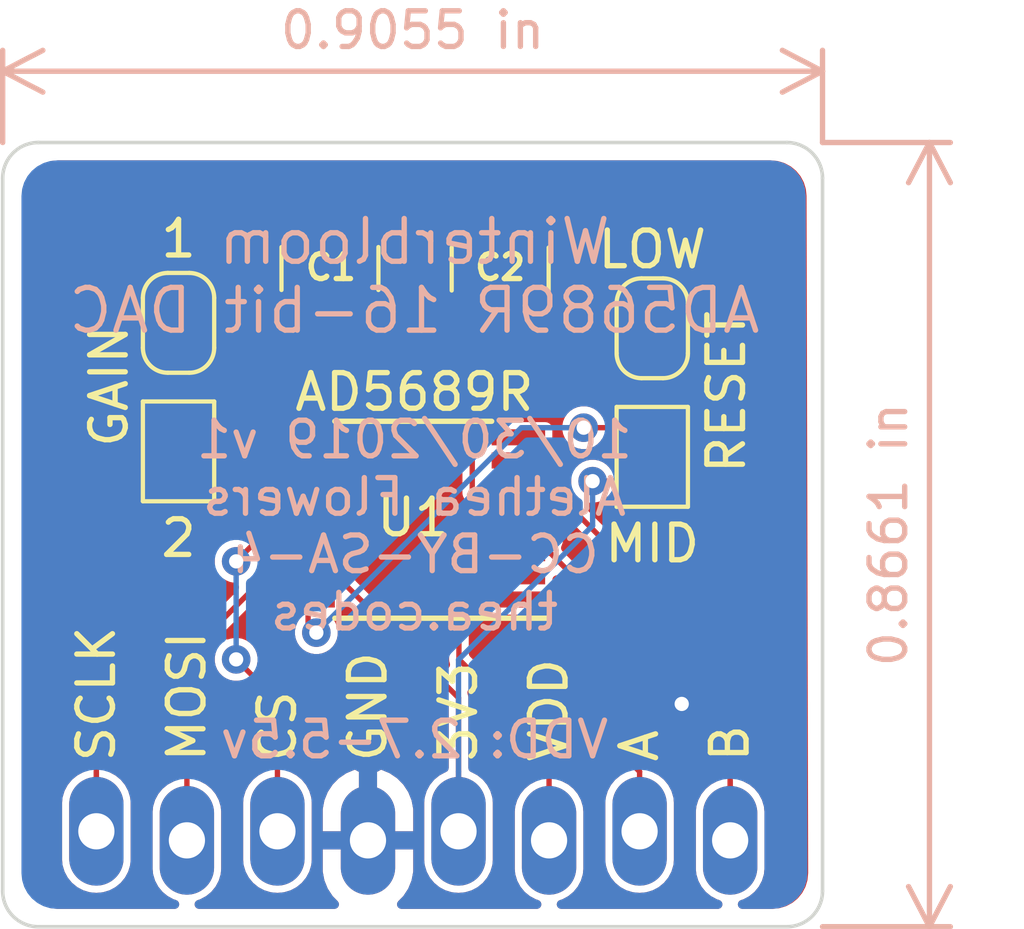
<source format=kicad_pcb>
(kicad_pcb (version 20171130) (host pcbnew "(5.1.2)-2")

  (general
    (thickness 1.6)
    (drawings 28)
    (tracks 78)
    (zones 0)
    (modules 8)
    (nets 15)
  )

  (page A4)
  (layers
    (0 F.Cu signal)
    (31 B.Cu signal)
    (32 B.Adhes user)
    (33 F.Adhes user)
    (34 B.Paste user)
    (35 F.Paste user)
    (36 B.SilkS user)
    (37 F.SilkS user)
    (38 B.Mask user)
    (39 F.Mask user)
    (40 Dwgs.User user)
    (41 Cmts.User user)
    (42 Eco1.User user)
    (43 Eco2.User user)
    (44 Edge.Cuts user)
    (45 Margin user)
    (46 B.CrtYd user)
    (47 F.CrtYd user)
    (48 B.Fab user)
    (49 F.Fab user hide)
  )

  (setup
    (last_trace_width 0.15)
    (trace_clearance 0.2)
    (zone_clearance 0.1)
    (zone_45_only yes)
    (trace_min 0.15)
    (via_size 0.8)
    (via_drill 0.4)
    (via_min_size 0.4)
    (via_min_drill 0.3)
    (uvia_size 0.3)
    (uvia_drill 0.1)
    (uvias_allowed no)
    (uvia_min_size 0.2)
    (uvia_min_drill 0.1)
    (edge_width 0.1)
    (segment_width 0.2)
    (pcb_text_width 0.3)
    (pcb_text_size 1.5 1.5)
    (mod_edge_width 0.15)
    (mod_text_size 1 1)
    (mod_text_width 0.15)
    (pad_size 1.524 1.524)
    (pad_drill 0.762)
    (pad_to_mask_clearance 0.051)
    (solder_mask_min_width 0.25)
    (aux_axis_origin 0 0)
    (visible_elements 7FFFFFFF)
    (pcbplotparams
      (layerselection 0x010f0_ffffffff)
      (usegerberextensions false)
      (usegerberattributes false)
      (usegerberadvancedattributes false)
      (creategerberjobfile false)
      (excludeedgelayer true)
      (linewidth 0.100000)
      (plotframeref false)
      (viasonmask false)
      (mode 1)
      (useauxorigin false)
      (hpglpennumber 1)
      (hpglpenspeed 20)
      (hpglpendiameter 15.000000)
      (psnegative false)
      (psa4output false)
      (plotreference true)
      (plotvalue true)
      (plotinvisibletext false)
      (padsonsilk false)
      (subtractmaskfromsilk false)
      (outputformat 1)
      (mirror false)
      (drillshape 0)
      (scaleselection 1)
      (outputdirectory "gerbers"))
  )

  (net 0 "")
  (net 1 VDD)
  (net 2 GND)
  (net 3 +3V3)
  (net 4 CS)
  (net 5 MOSI)
  (net 6 SCLK)
  (net 7 OUTA)
  (net 8 OUTB)
  (net 9 "Net-(JP1-Pad1)")
  (net 10 "Net-(JP3-Pad1)")
  (net 11 "Net-(U1-Pad1)")
  (net 12 "Net-(U1-Pad2)")
  (net 13 "Net-(U1-Pad6)")
  (net 14 SDO)

  (net_class Default "This is the default net class."
    (clearance 0.2)
    (trace_width 0.15)
    (via_dia 0.8)
    (via_drill 0.4)
    (uvia_dia 0.3)
    (uvia_drill 0.1)
    (add_net +3V3)
    (add_net CS)
    (add_net GND)
    (add_net MOSI)
    (add_net "Net-(JP1-Pad1)")
    (add_net "Net-(JP3-Pad1)")
    (add_net "Net-(U1-Pad1)")
    (add_net "Net-(U1-Pad2)")
    (add_net "Net-(U1-Pad6)")
    (add_net OUTA)
    (add_net OUTB)
    (add_net SCLK)
    (add_net SDO)
    (add_net VDD)
  )

  (module "SF Connectors:1X08_LOCK_LONGPADS" locked (layer F.Cu) (tedit 5DBA47ED) (tstamp 5DBADDFF)
    (at 138.6084 132.45 180)
    (descr "PLATED THROUGH HOLE -8 PIN LOCKING FOOTPRINT WITH LONG PADS")
    (tags "PLATED THROUGH HOLE -8 PIN LOCKING FOOTPRINT WITH LONG PADS")
    (path /5D3676F2)
    (attr virtual)
    (fp_text reference J1 (at 0 -2.413 180) (layer F.SilkS) hide
      (effects (font (size 0.6096 0.6096) (thickness 0.127)))
    )
    (fp_text value "Input Connector" (at 8.6084 -2.3 180) (layer F.SilkS) hide
      (effects (font (size 0.6096 0.6096) (thickness 0.127)))
    )
    (pad 1 thru_hole oval (at 0 -0.127) (size 1.524 3.048) (drill 1.016) (layers *.Cu *.Mask)
      (net 8 OUTB) (solder_mask_margin 0.1016))
    (pad 2 thru_hole oval (at 2.54 0.127) (size 1.524 3.048) (drill 1.016) (layers *.Cu *.Mask)
      (net 7 OUTA) (solder_mask_margin 0.1016))
    (pad 3 thru_hole oval (at 5.08 -0.127) (size 1.524 3.048) (drill 1.016) (layers *.Cu *.Mask)
      (net 1 VDD) (solder_mask_margin 0.1016))
    (pad 4 thru_hole oval (at 7.62 0.127) (size 1.524 3.048) (drill 1.016) (layers *.Cu *.Mask)
      (net 3 +3V3) (solder_mask_margin 0.1016))
    (pad 5 thru_hole oval (at 10.16 -0.127) (size 1.524 3.048) (drill 1.016) (layers *.Cu *.Mask)
      (net 2 GND) (solder_mask_margin 0.1016))
    (pad 6 thru_hole oval (at 12.7 0.127) (size 1.524 3.048) (drill 1.016) (layers *.Cu *.Mask)
      (net 4 CS) (solder_mask_margin 0.1016))
    (pad 7 thru_hole oval (at 15.24 -0.127) (size 1.524 3.048) (drill 1.016) (layers *.Cu *.Mask)
      (net 5 MOSI) (solder_mask_margin 0.1016))
    (pad 8 thru_hole oval (at 17.78 0.127) (size 1.524 3.048) (drill 1.016) (layers *.Cu *.Mask)
      (net 6 SCLK) (solder_mask_margin 0.1016))
  )

  (module Capacitor_SMD:C_1210_3225Metric_Pad1.42x2.65mm_HandSolder (layer F.Cu) (tedit 5B301BBE) (tstamp 5D19FB50)
    (at 127.3816 116.535 90)
    (descr "Capacitor SMD 1210 (3225 Metric), square (rectangular) end terminal, IPC_7351 nominal with elongated pad for handsoldering. (Body size source: http://www.tortai-tech.com/upload/download/2011102023233369053.pdf), generated with kicad-footprint-generator")
    (tags "capacitor handsolder")
    (path /5D35D1EB)
    (attr smd)
    (fp_text reference C1 (at 0.035 0.0254 180) (layer F.SilkS)
      (effects (font (size 0.7 0.7) (thickness 0.15)))
    )
    (fp_text value 10uF (at 0 2.28 90) (layer F.Fab)
      (effects (font (size 1 1) (thickness 0.15)))
    )
    (fp_line (start -1.6 1.25) (end -1.6 -1.25) (layer F.Fab) (width 0.1))
    (fp_line (start -1.6 -1.25) (end 1.6 -1.25) (layer F.Fab) (width 0.1))
    (fp_line (start 1.6 -1.25) (end 1.6 1.25) (layer F.Fab) (width 0.1))
    (fp_line (start 1.6 1.25) (end -1.6 1.25) (layer F.Fab) (width 0.1))
    (fp_line (start -0.602064 -1.36) (end 0.602064 -1.36) (layer F.SilkS) (width 0.12))
    (fp_line (start -0.602064 1.36) (end 0.602064 1.36) (layer F.SilkS) (width 0.12))
    (fp_line (start -2.45 1.58) (end -2.45 -1.58) (layer F.CrtYd) (width 0.05))
    (fp_line (start -2.45 -1.58) (end 2.45 -1.58) (layer F.CrtYd) (width 0.05))
    (fp_line (start 2.45 -1.58) (end 2.45 1.58) (layer F.CrtYd) (width 0.05))
    (fp_line (start 2.45 1.58) (end -2.45 1.58) (layer F.CrtYd) (width 0.05))
    (fp_text user %R (at 0 0 90) (layer F.Fab)
      (effects (font (size 0.8 0.8) (thickness 0.12)))
    )
    (pad 1 smd roundrect (at -1.4875 0 90) (size 1.425 2.65) (layers F.Cu F.Paste F.Mask) (roundrect_rratio 0.175439)
      (net 1 VDD))
    (pad 2 smd roundrect (at 1.4875 0 90) (size 1.425 2.65) (layers F.Cu F.Paste F.Mask) (roundrect_rratio 0.175439)
      (net 2 GND))
    (model ${KISYS3DMOD}/Capacitor_SMD.3dshapes/C_1210_3225Metric.wrl
      (at (xyz 0 0 0))
      (scale (xyz 1 1 1))
      (rotate (xyz 0 0 0))
    )
  )

  (module Capacitor_SMD:C_1210_3225Metric_Pad1.42x2.65mm_HandSolder (layer F.Cu) (tedit 5B301BBE) (tstamp 5D19FB61)
    (at 132.1568 116.5493 90)
    (descr "Capacitor SMD 1210 (3225 Metric), square (rectangular) end terminal, IPC_7351 nominal with elongated pad for handsoldering. (Body size source: http://www.tortai-tech.com/upload/download/2011102023233369053.pdf), generated with kicad-footprint-generator")
    (tags "capacitor handsolder")
    (path /5D35D3E9)
    (attr smd)
    (fp_text reference C2 (at 0.0493 0 180) (layer F.SilkS)
      (effects (font (size 0.7 0.7) (thickness 0.15)))
    )
    (fp_text value 100nF (at 0 2.28 90) (layer F.Fab)
      (effects (font (size 1 1) (thickness 0.15)))
    )
    (fp_text user %R (at -0.068201 0.196999 90) (layer F.Fab)
      (effects (font (size 0.8 0.8) (thickness 0.12)))
    )
    (fp_line (start 2.45 1.58) (end -2.45 1.58) (layer F.CrtYd) (width 0.05))
    (fp_line (start 2.45 -1.58) (end 2.45 1.58) (layer F.CrtYd) (width 0.05))
    (fp_line (start -2.45 -1.58) (end 2.45 -1.58) (layer F.CrtYd) (width 0.05))
    (fp_line (start -2.45 1.58) (end -2.45 -1.58) (layer F.CrtYd) (width 0.05))
    (fp_line (start -0.602064 1.36) (end 0.602064 1.36) (layer F.SilkS) (width 0.12))
    (fp_line (start -0.602064 -1.36) (end 0.602064 -1.36) (layer F.SilkS) (width 0.12))
    (fp_line (start 1.6 1.25) (end -1.6 1.25) (layer F.Fab) (width 0.1))
    (fp_line (start 1.6 -1.25) (end 1.6 1.25) (layer F.Fab) (width 0.1))
    (fp_line (start -1.6 -1.25) (end 1.6 -1.25) (layer F.Fab) (width 0.1))
    (fp_line (start -1.6 1.25) (end -1.6 -1.25) (layer F.Fab) (width 0.1))
    (pad 2 smd roundrect (at 1.4875 0 90) (size 1.425 2.65) (layers F.Cu F.Paste F.Mask) (roundrect_rratio 0.175439)
      (net 2 GND))
    (pad 1 smd roundrect (at -1.4875 0 90) (size 1.425 2.65) (layers F.Cu F.Paste F.Mask) (roundrect_rratio 0.175439)
      (net 1 VDD))
    (model ${KISYS3DMOD}/Capacitor_SMD.3dshapes/C_1210_3225Metric.wrl
      (at (xyz 0 0 0))
      (scale (xyz 1 1 1))
      (rotate (xyz 0 0 0))
    )
  )

  (module Jumper:SolderJumper-2_P1.3mm_Open_Pad1.0x1.5mm (layer F.Cu) (tedit 5A3EABFC) (tstamp 5D19FB99)
    (at 123.133799 121.664401 270)
    (descr "SMD Solder Jumper, 1x1.5mm Pads, 0.3mm gap, open")
    (tags "solder jumper open")
    (path /5D364AA4)
    (attr virtual)
    (fp_text reference JP1 (at 0.085599 1.883799 90) (layer F.SilkS) hide
      (effects (font (size 1 1) (thickness 0.15)))
    )
    (fp_text value "GAIN 2" (at 0 1.9 90) (layer F.Fab)
      (effects (font (size 1 1) (thickness 0.15)))
    )
    (fp_line (start 1.65 1.25) (end -1.65 1.25) (layer F.CrtYd) (width 0.05))
    (fp_line (start 1.65 1.25) (end 1.65 -1.25) (layer F.CrtYd) (width 0.05))
    (fp_line (start -1.65 -1.25) (end -1.65 1.25) (layer F.CrtYd) (width 0.05))
    (fp_line (start -1.65 -1.25) (end 1.65 -1.25) (layer F.CrtYd) (width 0.05))
    (fp_line (start -1.4 -1) (end 1.4 -1) (layer F.SilkS) (width 0.12))
    (fp_line (start 1.4 -1) (end 1.4 1) (layer F.SilkS) (width 0.12))
    (fp_line (start 1.4 1) (end -1.4 1) (layer F.SilkS) (width 0.12))
    (fp_line (start -1.4 1) (end -1.4 -1) (layer F.SilkS) (width 0.12))
    (pad 1 smd rect (at -0.65 0 270) (size 1 1.5) (layers F.Cu F.Mask)
      (net 9 "Net-(JP1-Pad1)"))
    (pad 2 smd rect (at 0.65 0 270) (size 1 1.5) (layers F.Cu F.Mask)
      (net 3 +3V3))
  )

  (module Jumper:SolderJumper-2_P1.3mm_Open_Pad1.0x1.5mm (layer F.Cu) (tedit 5A3EABFC) (tstamp 5D19FBB5)
    (at 136.424 121.8182 270)
    (descr "SMD Solder Jumper, 1x1.5mm Pads, 0.3mm gap, open")
    (tags "solder jumper open")
    (path /5D35E537)
    (attr virtual)
    (fp_text reference JP3 (at 0 -1.8 90) (layer F.SilkS) hide
      (effects (font (size 1 1) (thickness 0.15)))
    )
    (fp_text value "RESET MID" (at 0 1.9 90) (layer F.Fab)
      (effects (font (size 1 1) (thickness 0.15)))
    )
    (fp_line (start 1.65 1.25) (end -1.65 1.25) (layer F.CrtYd) (width 0.05))
    (fp_line (start 1.65 1.25) (end 1.65 -1.25) (layer F.CrtYd) (width 0.05))
    (fp_line (start -1.65 -1.25) (end -1.65 1.25) (layer F.CrtYd) (width 0.05))
    (fp_line (start -1.65 -1.25) (end 1.65 -1.25) (layer F.CrtYd) (width 0.05))
    (fp_line (start -1.4 -1) (end 1.4 -1) (layer F.SilkS) (width 0.12))
    (fp_line (start 1.4 -1) (end 1.4 1) (layer F.SilkS) (width 0.12))
    (fp_line (start 1.4 1) (end -1.4 1) (layer F.SilkS) (width 0.12))
    (fp_line (start -1.4 1) (end -1.4 -1) (layer F.SilkS) (width 0.12))
    (pad 1 smd rect (at -0.65 0 270) (size 1 1.5) (layers F.Cu F.Mask)
      (net 10 "Net-(JP3-Pad1)"))
    (pad 2 smd rect (at 0.65 0 270) (size 1 1.5) (layers F.Cu F.Mask)
      (net 3 +3V3))
  )

  (module Package_SO:TSSOP-16_4.4x5mm_P0.65mm (layer F.Cu) (tedit 5A02F25C) (tstamp 5D19FBE3)
    (at 129.7184 123.5454 180)
    (descr "16-Lead Plastic Thin Shrink Small Outline (ST)-4.4 mm Body [TSSOP] (see Microchip Packaging Specification 00000049BS.pdf)")
    (tags "SSOP 0.65")
    (path /5D35C864)
    (attr smd)
    (fp_text reference U1 (at 0 0.0254) (layer F.SilkS)
      (effects (font (size 1 1) (thickness 0.15)))
    )
    (fp_text value AD5689RxRUZ (at 0 3.55) (layer F.Fab)
      (effects (font (size 1 1) (thickness 0.15)))
    )
    (fp_line (start -1.2 -2.5) (end 2.2 -2.5) (layer F.Fab) (width 0.15))
    (fp_line (start 2.2 -2.5) (end 2.2 2.5) (layer F.Fab) (width 0.15))
    (fp_line (start 2.2 2.5) (end -2.2 2.5) (layer F.Fab) (width 0.15))
    (fp_line (start -2.2 2.5) (end -2.2 -1.5) (layer F.Fab) (width 0.15))
    (fp_line (start -2.2 -1.5) (end -1.2 -2.5) (layer F.Fab) (width 0.15))
    (fp_line (start -3.95 -2.9) (end -3.95 2.8) (layer F.CrtYd) (width 0.05))
    (fp_line (start 3.95 -2.9) (end 3.95 2.8) (layer F.CrtYd) (width 0.05))
    (fp_line (start -3.95 -2.9) (end 3.95 -2.9) (layer F.CrtYd) (width 0.05))
    (fp_line (start -3.95 2.8) (end 3.95 2.8) (layer F.CrtYd) (width 0.05))
    (fp_line (start -2.2 2.725) (end 2.2 2.725) (layer F.SilkS) (width 0.15))
    (fp_line (start -3.775 -2.8) (end 2.2 -2.8) (layer F.SilkS) (width 0.15))
    (fp_text user %R (at 0 0) (layer F.Fab)
      (effects (font (size 0.8 0.8) (thickness 0.15)))
    )
    (pad 1 smd rect (at -2.95 -2.275 180) (size 1.5 0.45) (layers F.Cu F.Paste F.Mask)
      (net 11 "Net-(U1-Pad1)"))
    (pad 2 smd rect (at -2.95 -1.625 180) (size 1.5 0.45) (layers F.Cu F.Paste F.Mask)
      (net 12 "Net-(U1-Pad2)"))
    (pad 3 smd rect (at -2.95 -0.975 180) (size 1.5 0.45) (layers F.Cu F.Paste F.Mask)
      (net 7 OUTA))
    (pad 4 smd rect (at -2.95 -0.325 180) (size 1.5 0.45) (layers F.Cu F.Paste F.Mask)
      (net 2 GND))
    (pad 5 smd rect (at -2.95 0.325 180) (size 1.5 0.45) (layers F.Cu F.Paste F.Mask)
      (net 1 VDD))
    (pad 6 smd rect (at -2.95 0.975 180) (size 1.5 0.45) (layers F.Cu F.Paste F.Mask)
      (net 13 "Net-(U1-Pad6)"))
    (pad 7 smd rect (at -2.95 1.625 180) (size 1.5 0.45) (layers F.Cu F.Paste F.Mask)
      (net 8 OUTB))
    (pad 8 smd rect (at -2.95 2.275 180) (size 1.5 0.45) (layers F.Cu F.Paste F.Mask)
      (net 14 SDO))
    (pad 9 smd rect (at 2.95 2.275 180) (size 1.5 0.45) (layers F.Cu F.Paste F.Mask)
      (net 2 GND))
    (pad 10 smd rect (at 2.95 1.625 180) (size 1.5 0.45) (layers F.Cu F.Paste F.Mask)
      (net 9 "Net-(JP1-Pad1)"))
    (pad 11 smd rect (at 2.95 0.975 180) (size 1.5 0.45) (layers F.Cu F.Paste F.Mask)
      (net 3 +3V3))
    (pad 12 smd rect (at 2.95 0.325 180) (size 1.5 0.45) (layers F.Cu F.Paste F.Mask)
      (net 6 SCLK))
    (pad 13 smd rect (at 2.95 -0.325 180) (size 1.5 0.45) (layers F.Cu F.Paste F.Mask)
      (net 4 CS))
    (pad 14 smd rect (at 2.95 -0.975 180) (size 1.5 0.45) (layers F.Cu F.Paste F.Mask)
      (net 5 MOSI))
    (pad 15 smd rect (at 2.95 -1.625 180) (size 1.5 0.45) (layers F.Cu F.Paste F.Mask)
      (net 3 +3V3))
    (pad 16 smd rect (at 2.95 -2.275 180) (size 1.5 0.45) (layers F.Cu F.Paste F.Mask)
      (net 10 "Net-(JP3-Pad1)"))
    (model ${KISYS3DMOD}/Package_SO.3dshapes/TSSOP-16_4.4x5mm_P0.65mm.wrl
      (at (xyz 0 0 0))
      (scale (xyz 1 1 1))
      (rotate (xyz 0 0 0))
    )
  )

  (module Jumper:SolderJumper-2_P1.3mm_Bridged_RoundedPad1.0x1.5mm (layer F.Cu) (tedit 5C745284) (tstamp 5DBA895F)
    (at 123.133799 118.059 90)
    (descr "SMD Solder Jumper, 1x1.5mm, rounded Pads, 0.3mm gap, bridged with 1 copper strip")
    (tags "solder jumper open")
    (path /5D364A9E)
    (attr virtual)
    (fp_text reference JP2 (at 0 -1.883799 90) (layer F.SilkS) hide
      (effects (font (size 1 1) (thickness 0.15)))
    )
    (fp_text value "GAIN 1" (at 0 1.9 90) (layer F.Fab)
      (effects (font (size 1 1) (thickness 0.15)))
    )
    (fp_poly (pts (xy 0.25 -0.3) (xy -0.25 -0.3) (xy -0.25 0.3) (xy 0.25 0.3)) (layer F.Cu) (width 0))
    (fp_line (start 1.65 1.25) (end -1.65 1.25) (layer F.CrtYd) (width 0.05))
    (fp_line (start 1.65 1.25) (end 1.65 -1.25) (layer F.CrtYd) (width 0.05))
    (fp_line (start -1.65 -1.25) (end -1.65 1.25) (layer F.CrtYd) (width 0.05))
    (fp_line (start -1.65 -1.25) (end 1.65 -1.25) (layer F.CrtYd) (width 0.05))
    (fp_line (start -0.7 -1) (end 0.7 -1) (layer F.SilkS) (width 0.12))
    (fp_line (start 1.4 -0.3) (end 1.4 0.3) (layer F.SilkS) (width 0.12))
    (fp_line (start 0.7 1) (end -0.7 1) (layer F.SilkS) (width 0.12))
    (fp_line (start -1.4 0.3) (end -1.4 -0.3) (layer F.SilkS) (width 0.12))
    (fp_arc (start -0.7 -0.3) (end -0.7 -1) (angle -90) (layer F.SilkS) (width 0.12))
    (fp_arc (start -0.7 0.3) (end -1.4 0.3) (angle -90) (layer F.SilkS) (width 0.12))
    (fp_arc (start 0.7 0.3) (end 0.7 1) (angle -90) (layer F.SilkS) (width 0.12))
    (fp_arc (start 0.7 -0.3) (end 1.4 -0.3) (angle -90) (layer F.SilkS) (width 0.12))
    (pad 1 smd custom (at -0.65 0 90) (size 1 0.5) (layers F.Cu F.Mask)
      (net 9 "Net-(JP1-Pad1)") (zone_connect 2)
      (options (clearance outline) (anchor rect))
      (primitives
        (gr_circle (center 0 0.25) (end 0.5 0.25) (width 0))
        (gr_circle (center 0 -0.25) (end 0.5 -0.25) (width 0))
        (gr_poly (pts
           (xy 0 -0.75) (xy 0.5 -0.75) (xy 0.5 0.75) (xy 0 0.75)) (width 0))
      ))
    (pad 2 smd custom (at 0.65 0 90) (size 1 0.5) (layers F.Cu F.Mask)
      (net 2 GND) (zone_connect 2)
      (options (clearance outline) (anchor rect))
      (primitives
        (gr_circle (center 0 0.25) (end 0.5 0.25) (width 0))
        (gr_circle (center 0 -0.25) (end 0.5 -0.25) (width 0))
        (gr_poly (pts
           (xy 0 -0.75) (xy -0.5 -0.75) (xy -0.5 0.75) (xy 0 0.75)) (width 0))
      ))
  )

  (module Jumper:SolderJumper-2_P1.3mm_Bridged_RoundedPad1.0x1.5mm (layer F.Cu) (tedit 5C745284) (tstamp 5DBA8971)
    (at 136.424 118.2114 90)
    (descr "SMD Solder Jumper, 1x1.5mm, rounded Pads, 0.3mm gap, bridged with 1 copper strip")
    (tags "solder jumper open")
    (path /5D35DEED)
    (attr virtual)
    (fp_text reference JP4 (at 0 -1.8 90) (layer F.SilkS) hide
      (effects (font (size 1 1) (thickness 0.15)))
    )
    (fp_text value "RESET LOW" (at 0 1.9 90) (layer F.Fab)
      (effects (font (size 1 1) (thickness 0.15)))
    )
    (fp_arc (start 0.7 -0.3) (end 1.4 -0.3) (angle -90) (layer F.SilkS) (width 0.12))
    (fp_arc (start 0.7 0.3) (end 0.7 1) (angle -90) (layer F.SilkS) (width 0.12))
    (fp_arc (start -0.7 0.3) (end -1.4 0.3) (angle -90) (layer F.SilkS) (width 0.12))
    (fp_arc (start -0.7 -0.3) (end -0.7 -1) (angle -90) (layer F.SilkS) (width 0.12))
    (fp_line (start -1.4 0.3) (end -1.4 -0.3) (layer F.SilkS) (width 0.12))
    (fp_line (start 0.7 1) (end -0.7 1) (layer F.SilkS) (width 0.12))
    (fp_line (start 1.4 -0.3) (end 1.4 0.3) (layer F.SilkS) (width 0.12))
    (fp_line (start -0.7 -1) (end 0.7 -1) (layer F.SilkS) (width 0.12))
    (fp_line (start -1.65 -1.25) (end 1.65 -1.25) (layer F.CrtYd) (width 0.05))
    (fp_line (start -1.65 -1.25) (end -1.65 1.25) (layer F.CrtYd) (width 0.05))
    (fp_line (start 1.65 1.25) (end 1.65 -1.25) (layer F.CrtYd) (width 0.05))
    (fp_line (start 1.65 1.25) (end -1.65 1.25) (layer F.CrtYd) (width 0.05))
    (fp_poly (pts (xy 0.25 -0.3) (xy -0.25 -0.3) (xy -0.25 0.3) (xy 0.25 0.3)) (layer F.Cu) (width 0))
    (pad 2 smd custom (at 0.65 0 90) (size 1 0.5) (layers F.Cu F.Mask)
      (net 2 GND) (zone_connect 2)
      (options (clearance outline) (anchor rect))
      (primitives
        (gr_circle (center 0 0.25) (end 0.5 0.25) (width 0))
        (gr_circle (center 0 -0.25) (end 0.5 -0.25) (width 0))
        (gr_poly (pts
           (xy 0 -0.75) (xy -0.5 -0.75) (xy -0.5 0.75) (xy 0 0.75)) (width 0))
      ))
    (pad 1 smd custom (at -0.65 0 90) (size 1 0.5) (layers F.Cu F.Mask)
      (net 10 "Net-(JP3-Pad1)") (zone_connect 2)
      (options (clearance outline) (anchor rect))
      (primitives
        (gr_circle (center 0 0.25) (end 0.5 0.25) (width 0))
        (gr_circle (center 0 -0.25) (end 0.5 -0.25) (width 0))
        (gr_poly (pts
           (xy 0 -0.75) (xy 0.5 -0.75) (xy 0.5 0.75) (xy 0 0.75)) (width 0))
      ))
  )

  (dimension 22 (width 0.15) (layer B.SilkS)
    (gr_text "22.000 mm" (at 145.5 124 270) (layer B.SilkS)
      (effects (font (size 1 1) (thickness 0.15)))
    )
    (feature1 (pts (xy 141.2 135) (xy 144.786421 135)))
    (feature2 (pts (xy 141.2 113) (xy 144.786421 113)))
    (crossbar (pts (xy 144.2 113) (xy 144.2 135)))
    (arrow1a (pts (xy 144.2 135) (xy 143.613579 133.873496)))
    (arrow1b (pts (xy 144.2 135) (xy 144.786421 133.873496)))
    (arrow2a (pts (xy 144.2 113) (xy 143.613579 114.126504)))
    (arrow2b (pts (xy 144.2 113) (xy 144.786421 114.126504)))
  )
  (dimension 23 (width 0.15) (layer B.SilkS)
    (gr_text "23.000 mm" (at 129.7 109.7) (layer B.SilkS)
      (effects (font (size 1 1) (thickness 0.15)))
    )
    (feature1 (pts (xy 141.2 113) (xy 141.2 110.413579)))
    (feature2 (pts (xy 118.2 113) (xy 118.2 110.413579)))
    (crossbar (pts (xy 118.2 111) (xy 141.2 111)))
    (arrow1a (pts (xy 141.2 111) (xy 140.073496 111.586421)))
    (arrow1b (pts (xy 141.2 111) (xy 140.073496 110.413579)))
    (arrow2a (pts (xy 118.2 111) (xy 119.326504 111.586421)))
    (arrow2b (pts (xy 118.2 111) (xy 119.326504 110.413579)))
  )
  (gr_text "VDD: 2.7-5.5v" (at 129.75 129.75) (layer B.SilkS)
    (effects (font (size 1 1) (thickness 0.15)) (justify mirror))
  )
  (gr_arc (start 140.2 114) (end 141.200169 114) (angle -90) (layer Edge.Cuts) (width 0.1))
  (gr_arc (start 140.2 134) (end 140.2184 135) (angle -88.94587661) (layer Edge.Cuts) (width 0.1))
  (gr_arc (start 119.2 134) (end 118.2 134) (angle -91.05412339) (layer Edge.Cuts) (width 0.1))
  (gr_arc (start 119.2 114) (end 119.2 113) (angle -90) (layer Edge.Cuts) (width 0.1))
  (gr_line (start 118.2 114) (end 118.2 134) (layer Edge.Cuts) (width 0.1))
  (gr_line (start 140.2 112.999831) (end 119.2 113) (layer Edge.Cuts) (width 0.1))
  (gr_line (start 141.200169 134) (end 141.200169 114) (layer Edge.Cuts) (width 0.1))
  (gr_line (start 119.2184 135) (end 140.2184 135) (layer Edge.Cuts) (width 0.1))
  (gr_text B (at 138.6 130.45 90) (layer F.SilkS) (tstamp 5DBAE511)
    (effects (font (size 1 1) (thickness 0.15)) (justify left))
  )
  (gr_text A (at 136.06071 130.45 90) (layer F.SilkS) (tstamp 5DBAE511)
    (effects (font (size 1 1) (thickness 0.15)) (justify left))
  )
  (gr_text "Winterbloom\nAD5689R 16-bit DAC" (at 129.75 116.75) (layer B.SilkS)
    (effects (font (size 1.2 1.2) (thickness 0.15)) (justify mirror))
  )
  (gr_text VDD (at 133.521425 130.45 90) (layer F.SilkS) (tstamp 5D1A0ED9)
    (effects (font (size 1 1) (thickness 0.15)) (justify left))
  )
  (gr_text 3V3 (at 130.98214 130.45 90) (layer F.SilkS) (tstamp 5D1A0ED6)
    (effects (font (size 1 1) (thickness 0.15)) (justify left))
  )
  (gr_text GND (at 128.442855 130.45 90) (layer F.SilkS) (tstamp 5D1A0EDC)
    (effects (font (size 1 1) (thickness 0.15)) (justify left))
  )
  (gr_text CS (at 125.90357 130.45 90) (layer F.SilkS) (tstamp 5D1A0EE5)
    (effects (font (size 1 1) (thickness 0.15)) (justify left))
  )
  (gr_text MOSI (at 123.364285 130.45 90) (layer F.SilkS) (tstamp 5D1A0EDF)
    (effects (font (size 1 1) (thickness 0.15)) (justify left))
  )
  (gr_text SCLK (at 120.825 130.45 90) (layer F.SilkS) (tstamp 5D1A0EE2)
    (effects (font (size 1 1) (thickness 0.15)) (justify left))
  )
  (gr_text AD5689R (at 129.75 120) (layer F.SilkS)
    (effects (font (size 1 1) (thickness 0.15)))
  )
  (gr_text 2 (at 123.133799 124.1) (layer F.SilkS)
    (effects (font (size 1 1) (thickness 0.15)))
  )
  (gr_text 1 (at 123.133799 115.7) (layer F.SilkS)
    (effects (font (size 1 1) (thickness 0.15)))
  )
  (gr_text GAIN (at 121.184 119.837 90) (layer F.SilkS)
    (effects (font (size 1 1) (thickness 0.15)))
  )
  (gr_text LOW (at 136.424 116) (layer F.SilkS)
    (effects (font (size 1 1) (thickness 0.15)))
  )
  (gr_text MID (at 136.424 124.25) (layer F.SilkS)
    (effects (font (size 1 1) (thickness 0.15)))
  )
  (gr_text RESET (at 138.5 120 90) (layer F.SilkS)
    (effects (font (size 1 1) (thickness 0.15)))
  )
  (gr_text "10/30/2019 v1\nAlethea Flowers\nCC-BY-SA-4\nthea.codes" (at 129.75 123.75) (layer B.SilkS)
    (effects (font (size 1 1) (thickness 0.15)) (justify mirror))
  )

  (segment (start 131.7684 123.2204) (end 131.37359 122.82559) (width 0.15) (layer F.Cu) (net 1))
  (segment (start 132.6684 123.2204) (end 131.7684 123.2204) (width 0.15) (layer F.Cu) (net 1))
  (segment (start 131.37359 118.82001) (end 132.1568 118.0368) (width 0.15) (layer F.Cu) (net 1))
  (segment (start 131.37359 122.82559) (end 131.37359 118.82001) (width 0.15) (layer F.Cu) (net 1))
  (segment (start 127.3959 118.0368) (end 127.3816 118.0225) (width 0.15) (layer F.Cu) (net 1))
  (segment (start 132.1568 118.0368) (end 127.3959 118.0368) (width 0.15) (layer F.Cu) (net 1))
  (segment (start 133.5284 130.0284) (end 133.5284 132.577) (width 0.15) (layer F.Cu) (net 1))
  (segment (start 131 127.5) (end 133.5284 130.0284) (width 0.15) (layer F.Cu) (net 1))
  (segment (start 131.7684 123.2204) (end 131 123.9888) (width 0.15) (layer F.Cu) (net 1))
  (segment (start 131 123.9888) (end 131 127.5) (width 0.15) (layer F.Cu) (net 1))
  (via (at 137.25 128.75) (size 0.8) (drill 0.4) (layers F.Cu B.Cu) (net 2))
  (segment (start 127.6684 122.5704) (end 126.7684 122.5704) (width 0.15) (layer F.Cu) (net 3))
  (segment (start 127.8884 122.5704) (end 127.6684 122.5704) (width 0.15) (layer F.Cu) (net 3))
  (segment (start 128.01841 122.70041) (end 127.8884 122.5704) (width 0.15) (layer F.Cu) (net 3))
  (segment (start 128.01841 124.82039) (end 128.01841 122.70041) (width 0.15) (layer F.Cu) (net 3))
  (segment (start 123.389798 122.5704) (end 123.133799 122.314401) (width 0.15) (layer F.Cu) (net 3))
  (segment (start 126.7684 122.5704) (end 123.389798 122.5704) (width 0.15) (layer F.Cu) (net 3))
  (segment (start 127.6684 125.1704) (end 128.01841 124.82039) (width 0.15) (layer F.Cu) (net 3))
  (segment (start 130.9884 128.5792) (end 127.5796 125.1704) (width 0.15) (layer F.Cu) (net 3))
  (segment (start 130.9884 132.323) (end 130.9884 128.5792) (width 0.15) (layer F.Cu) (net 3))
  (segment (start 127.6684 125.1704) (end 127.5796 125.1704) (width 0.15) (layer F.Cu) (net 3))
  (segment (start 127.5796 125.1704) (end 126.7684 125.1704) (width 0.15) (layer F.Cu) (net 3))
  (segment (start 130.9884 130.649) (end 130.9884 132.323) (width 0.15) (layer B.Cu) (net 3))
  (segment (start 130.9884 127.5116) (end 130.9884 130.649) (width 0.15) (layer B.Cu) (net 3))
  (segment (start 134.75 122.75) (end 134.75 123.75) (width 0.15) (layer B.Cu) (net 3))
  (segment (start 134.75 123.75) (end 130.9884 127.5116) (width 0.15) (layer B.Cu) (net 3))
  (via (at 134.75 122.5) (size 0.8) (drill 0.4) (layers F.Cu B.Cu) (net 3))
  (segment (start 134.75 122.75) (end 134.75 122.5) (width 0.15) (layer B.Cu) (net 3))
  (segment (start 136.3922 122.5) (end 136.424 122.4682) (width 0.15) (layer F.Cu) (net 3))
  (segment (start 134.75 122.5) (end 136.3922 122.5) (width 0.15) (layer F.Cu) (net 3))
  (segment (start 125.8684 123.8704) (end 126.7684 123.8704) (width 0.15) (layer F.Cu) (net 4))
  (via (at 124.75 127.5) (size 0.8) (drill 0.4) (layers F.Cu B.Cu) (net 4))
  (segment (start 125.9084 132.323) (end 125.9084 131.561) (width 0.15) (layer F.Cu) (net 4))
  (via (at 124.75 124.75) (size 0.8) (drill 0.4) (layers F.Cu B.Cu) (net 4))
  (segment (start 124.75 127.5) (end 124.75 124.75) (width 0.15) (layer B.Cu) (net 4))
  (segment (start 125.6296 123.8704) (end 126.7684 123.8704) (width 0.15) (layer F.Cu) (net 4))
  (segment (start 124.75 124.75) (end 125.6296 123.8704) (width 0.15) (layer F.Cu) (net 4))
  (segment (start 125.9084 128.6584) (end 124.75 127.5) (width 0.15) (layer F.Cu) (net 4))
  (segment (start 125.9084 132.323) (end 125.9084 128.6584) (width 0.15) (layer F.Cu) (net 4))
  (segment (start 125.675001 125.074001) (end 125.675001 124.713799) (width 0.15) (layer F.Cu) (net 5))
  (segment (start 125.675001 124.713799) (end 125.8684 124.5204) (width 0.15) (layer F.Cu) (net 5))
  (segment (start 123.3684 127.380602) (end 125.675001 125.074001) (width 0.15) (layer F.Cu) (net 5))
  (segment (start 125.8684 124.5204) (end 126.7684 124.5204) (width 0.15) (layer F.Cu) (net 5))
  (segment (start 123.3684 132.577) (end 123.3684 127.380602) (width 0.15) (layer F.Cu) (net 5))
  (segment (start 125.8684 123.2204) (end 125.9704 123.2204) (width 0.15) (layer F.Cu) (net 6))
  (segment (start 125.9704 123.2204) (end 126.7684 123.2204) (width 0.15) (layer F.Cu) (net 6))
  (segment (start 120.8284 130.649) (end 120.8284 132.323) (width 0.15) (layer F.Cu) (net 6))
  (segment (start 125.280598 123.2204) (end 125.9704 123.2204) (width 0.15) (layer F.Cu) (net 6))
  (segment (start 124.074999 124.425999) (end 125.280598 123.2204) (width 0.15) (layer F.Cu) (net 6))
  (segment (start 124.074999 125.093799) (end 124.074999 124.425999) (width 0.15) (layer F.Cu) (net 6))
  (segment (start 120.8284 128.340398) (end 124.074999 125.093799) (width 0.15) (layer F.Cu) (net 6))
  (segment (start 120.8284 132.323) (end 120.8284 128.340398) (width 0.15) (layer F.Cu) (net 6))
  (segment (start 133.5684 124.5204) (end 132.6684 124.5204) (width 0.15) (layer F.Cu) (net 7))
  (segment (start 135.5 126.452) (end 133.5684 124.5204) (width 0.15) (layer F.Cu) (net 7))
  (segment (start 135.5 130.0806) (end 135.5 126.452) (width 0.15) (layer F.Cu) (net 7))
  (segment (start 136.0684 130.649) (end 135.5 130.0806) (width 0.15) (layer F.Cu) (net 7))
  (segment (start 136.0684 132.323) (end 136.0684 130.649) (width 0.15) (layer F.Cu) (net 7))
  (segment (start 138.6084 132.577) (end 138.6084 130.903) (width 0.15) (layer F.Cu) (net 8))
  (segment (start 133.5684 121.9204) (end 132.6684 121.9204) (width 0.15) (layer F.Cu) (net 8))
  (segment (start 134.074999 122.426999) (end 133.5684 121.9204) (width 0.15) (layer F.Cu) (net 8))
  (segment (start 134.074999 123.174999) (end 134.074999 122.426999) (width 0.15) (layer F.Cu) (net 8))
  (segment (start 138.6084 132.577) (end 138.6084 127.7084) (width 0.15) (layer F.Cu) (net 8))
  (segment (start 138.6084 127.7084) (end 134.074999 123.174999) (width 0.15) (layer F.Cu) (net 8))
  (segment (start 123.3136 121.3102) (end 123.0636 121.3102) (width 0.15) (layer F.Cu) (net 9))
  (segment (start 123.578801 121.014401) (end 123.133799 121.014401) (width 0.15) (layer F.Cu) (net 9))
  (segment (start 124.4848 121.9204) (end 123.578801 121.014401) (width 0.15) (layer F.Cu) (net 9))
  (segment (start 126.7684 121.9204) (end 124.4848 121.9204) (width 0.15) (layer F.Cu) (net 9))
  (segment (start 123.133799 121.014401) (end 123.133799 118.709) (width 0.15) (layer F.Cu) (net 9))
  (segment (start 136.424 120.5182) (end 136.424 118.8614) (width 0.15) (layer F.Cu) (net 10))
  (segment (start 136.424 121.1682) (end 136.424 120.5182) (width 0.15) (layer F.Cu) (net 10))
  (via (at 127 126.75) (size 0.8) (drill 0.4) (layers F.Cu B.Cu) (net 10))
  (segment (start 126.7684 125.8204) (end 126.7684 126.5184) (width 0.15) (layer F.Cu) (net 10))
  (segment (start 126.7684 126.5184) (end 127 126.75) (width 0.15) (layer F.Cu) (net 10))
  (via (at 134.5 121) (size 0.8) (drill 0.4) (layers F.Cu B.Cu) (net 10))
  (segment (start 127 126.75) (end 132.75 121) (width 0.15) (layer B.Cu) (net 10))
  (segment (start 132.75 121) (end 134.5 121) (width 0.15) (layer B.Cu) (net 10))
  (segment (start 136.2558 121) (end 136.424 121.1682) (width 0.15) (layer F.Cu) (net 10))
  (segment (start 134.5 121) (end 136.2558 121) (width 0.15) (layer F.Cu) (net 10))

  (zone (net 2) (net_name GND) (layer F.Cu) (tstamp 0) (hatch edge 0.508)
    (connect_pads (clearance 0.2))
    (min_thickness 0.254)
    (fill yes (arc_segments 32) (thermal_gap 0.508) (thermal_bridge_width 0.508) (smoothing fillet) (radius 1))
    (polygon
      (pts
        (xy 118.75 113.5) (xy 140.75 113.5) (xy 140.8 134.5) (xy 118.75 134.5)
      )
    )
    (filled_polygon
      (pts
        (xy 139.922316 113.644325) (xy 140.08575 113.693822) (xy 140.236404 113.774204) (xy 140.368515 113.882394) (xy 140.477017 114.014245)
        (xy 140.557762 114.164714) (xy 140.607647 114.328026) (xy 140.62539 114.504143) (xy 140.670598 133.491676) (xy 140.65359 133.668409)
        (xy 140.604188 133.832408) (xy 140.523698 133.983589) (xy 140.415216 134.116135) (xy 140.282935 134.224927) (xy 140.131944 134.305779)
        (xy 139.968067 134.35557) (xy 139.791363 134.373) (xy 138.951249 134.373) (xy 139.027159 134.349973) (xy 139.216343 134.248851)
        (xy 139.382165 134.112765) (xy 139.518251 133.946943) (xy 139.619373 133.757759) (xy 139.681643 133.552481) (xy 139.6974 133.392497)
        (xy 139.6974 131.761503) (xy 139.681643 131.601519) (xy 139.619373 131.396241) (xy 139.518251 131.207057) (xy 139.382165 131.041235)
        (xy 139.216343 130.905149) (xy 139.027158 130.804027) (xy 139.0104 130.798944) (xy 139.0104 127.728139) (xy 139.012344 127.708399)
        (xy 139.0104 127.68866) (xy 139.0104 127.688653) (xy 139.004583 127.629594) (xy 138.981597 127.553817) (xy 138.944268 127.48398)
        (xy 138.894032 127.422768) (xy 138.878696 127.410182) (xy 134.695513 123.227) (xy 134.821603 123.227) (xy 134.962058 123.199062)
        (xy 135.094364 123.144259) (xy 135.213436 123.064698) (xy 135.314698 122.963436) (xy 135.345418 122.91746) (xy 135.345418 122.9682)
        (xy 135.351732 123.032303) (xy 135.37043 123.093943) (xy 135.400794 123.15075) (xy 135.441657 123.200543) (xy 135.49145 123.241406)
        (xy 135.548257 123.27177) (xy 135.609897 123.290468) (xy 135.674 123.296782) (xy 137.174 123.296782) (xy 137.238103 123.290468)
        (xy 137.299743 123.27177) (xy 137.35655 123.241406) (xy 137.406343 123.200543) (xy 137.447206 123.15075) (xy 137.47757 123.093943)
        (xy 137.496268 123.032303) (xy 137.502582 122.9682) (xy 137.502582 121.9682) (xy 137.496268 121.904097) (xy 137.47757 121.842457)
        (xy 137.464604 121.8182) (xy 137.47757 121.793943) (xy 137.496268 121.732303) (xy 137.502582 121.6682) (xy 137.502582 120.6682)
        (xy 137.496268 120.604097) (xy 137.47757 120.542457) (xy 137.447206 120.48565) (xy 137.406343 120.435857) (xy 137.35655 120.394994)
        (xy 137.299743 120.36463) (xy 137.238103 120.345932) (xy 137.174 120.339618) (xy 136.826 120.339618) (xy 136.826 119.673525)
        (xy 136.883245 119.662138) (xy 136.944883 119.643441) (xy 137.035439 119.605932) (xy 137.092249 119.575567) (xy 137.173748 119.521111)
        (xy 137.22354 119.480248) (xy 137.292848 119.41094) (xy 137.333711 119.361148) (xy 137.388167 119.279649) (xy 137.418532 119.222839)
        (xy 137.456041 119.132283) (xy 137.474738 119.070645) (xy 137.49386 118.974512) (xy 137.500174 118.910409) (xy 137.500174 118.885847)
        (xy 137.502582 118.8614) (xy 137.502582 118.3614) (xy 137.496268 118.297297) (xy 137.47757 118.235657) (xy 137.447206 118.17885)
        (xy 137.406343 118.129057) (xy 137.35655 118.088194) (xy 137.299743 118.05783) (xy 137.238103 118.039132) (xy 137.174 118.032818)
        (xy 137.051 118.032818) (xy 137.051 117.9614) (xy 137.047999 117.930798) (xy 137.045208 117.900126) (xy 137.044884 117.899024)
        (xy 137.044772 117.897885) (xy 137.035872 117.868407) (xy 137.027189 117.838904) (xy 137.026659 117.837891) (xy 137.026327 117.83679)
        (xy 137.011864 117.80959) (xy 136.997622 117.782347) (xy 136.996903 117.781453) (xy 136.996365 117.780441) (xy 136.97694 117.756623)
        (xy 136.957633 117.73261) (xy 136.956753 117.731872) (xy 136.95603 117.730985) (xy 136.932342 117.711389) (xy 136.908744 117.691588)
        (xy 136.907739 117.691036) (xy 136.906856 117.690305) (xy 136.87978 117.675665) (xy 136.852819 117.660843) (xy 136.851727 117.660497)
        (xy 136.850718 117.659951) (xy 136.821308 117.650847) (xy 136.791987 117.641546) (xy 136.790848 117.641418) (xy 136.789752 117.641079)
        (xy 136.759135 117.637861) (xy 136.728566 117.634432) (xy 136.726365 117.634417) (xy 136.726283 117.634408) (xy 136.726201 117.634415)
        (xy 136.724 117.6344) (xy 136.124 117.6344) (xy 136.093398 117.637401) (xy 136.062726 117.640192) (xy 136.061624 117.640516)
        (xy 136.060485 117.640628) (xy 136.031007 117.649528) (xy 136.001504 117.658211) (xy 136.000491 117.658741) (xy 135.99939 117.659073)
        (xy 135.97219 117.673536) (xy 135.944947 117.687778) (xy 135.944053 117.688497) (xy 135.943041 117.689035) (xy 135.919223 117.70846)
        (xy 135.89521 117.727767) (xy 135.894472 117.728647) (xy 135.893585 117.72937) (xy 135.873989 117.753058) (xy 135.854188 117.776656)
        (xy 135.853636 117.777661) (xy 135.852905 117.778544) (xy 135.838265 117.80562) (xy 135.823443 117.832581) (xy 135.823097 117.833673)
        (xy 135.822551 117.834682) (xy 135.813447 117.864092) (xy 135.804146 117.893413) (xy 135.804018 117.894552) (xy 135.803679 117.895648)
        (xy 135.800461 117.926265) (xy 135.797032 117.956834) (xy 135.797017 117.959035) (xy 135.797008 117.959117) (xy 135.797015 117.959199)
        (xy 135.797 117.9614) (xy 135.797 118.032818) (xy 135.674 118.032818) (xy 135.609897 118.039132) (xy 135.548257 118.05783)
        (xy 135.49145 118.088194) (xy 135.441657 118.129057) (xy 135.400794 118.17885) (xy 135.37043 118.235657) (xy 135.351732 118.297297)
        (xy 135.345418 118.3614) (xy 135.345418 118.8614) (xy 135.347826 118.885847) (xy 135.347826 118.910409) (xy 135.35414 118.974512)
        (xy 135.373262 119.070645) (xy 135.391959 119.132283) (xy 135.429468 119.222839) (xy 135.459833 119.279649) (xy 135.514289 119.361148)
        (xy 135.555152 119.41094) (xy 135.62446 119.480248) (xy 135.674252 119.521111) (xy 135.755751 119.575567) (xy 135.812561 119.605932)
        (xy 135.903117 119.643441) (xy 135.964755 119.662138) (xy 136.022001 119.673525) (xy 136.022 120.339618) (xy 135.674 120.339618)
        (xy 135.609897 120.345932) (xy 135.548257 120.36463) (xy 135.49145 120.394994) (xy 135.441657 120.435857) (xy 135.400794 120.48565)
        (xy 135.37043 120.542457) (xy 135.353581 120.598) (xy 135.105748 120.598) (xy 135.064698 120.536564) (xy 134.963436 120.435302)
        (xy 134.844364 120.355741) (xy 134.712058 120.300938) (xy 134.571603 120.273) (xy 134.428397 120.273) (xy 134.287942 120.300938)
        (xy 134.155636 120.355741) (xy 134.036564 120.435302) (xy 133.935302 120.536564) (xy 133.855741 120.655636) (xy 133.800938 120.787942)
        (xy 133.773 120.928397) (xy 133.773 121.071603) (xy 133.800938 121.212058) (xy 133.855741 121.344364) (xy 133.935302 121.463436)
        (xy 134.036564 121.564698) (xy 134.155636 121.644259) (xy 134.287942 121.699062) (xy 134.428397 121.727) (xy 134.571603 121.727)
        (xy 134.712058 121.699062) (xy 134.844364 121.644259) (xy 134.963436 121.564698) (xy 135.064698 121.463436) (xy 135.105748 121.402)
        (xy 135.345418 121.402) (xy 135.345418 121.6682) (xy 135.351732 121.732303) (xy 135.37043 121.793943) (xy 135.383396 121.8182)
        (xy 135.37043 121.842457) (xy 135.351732 121.904097) (xy 135.345418 121.9682) (xy 135.345418 122.08254) (xy 135.314698 122.036564)
        (xy 135.213436 121.935302) (xy 135.094364 121.855741) (xy 134.962058 121.800938) (xy 134.821603 121.773) (xy 134.678397 121.773)
        (xy 134.537942 121.800938) (xy 134.405636 121.855741) (xy 134.286564 121.935302) (xy 134.21919 122.002676) (xy 133.866623 121.65011)
        (xy 133.854032 121.634768) (xy 133.79282 121.584532) (xy 133.740934 121.556798) (xy 133.746982 121.4954) (xy 133.746982 121.0454)
        (xy 133.740668 120.981297) (xy 133.72197 120.919657) (xy 133.691606 120.86285) (xy 133.650743 120.813057) (xy 133.60095 120.772194)
        (xy 133.544143 120.74183) (xy 133.482503 120.723132) (xy 133.4184 120.716818) (xy 131.9184 120.716818) (xy 131.854297 120.723132)
        (xy 131.792657 120.74183) (xy 131.77559 120.750953) (xy 131.77559 119.077882) (xy 133.2318 119.077882) (xy 133.344676 119.066765)
        (xy 133.453214 119.03384) (xy 133.553243 118.980373) (xy 133.640919 118.908419) (xy 133.712873 118.820743) (xy 133.76634 118.720714)
        (xy 133.799265 118.612176) (xy 133.810382 118.4993) (xy 133.810382 117.5743) (xy 133.799265 117.461424) (xy 133.76634 117.352886)
        (xy 133.712873 117.252857) (xy 133.640919 117.165181) (xy 133.553243 117.093227) (xy 133.453214 117.03976) (xy 133.344676 117.006835)
        (xy 133.2318 116.995718) (xy 131.0818 116.995718) (xy 130.968924 117.006835) (xy 130.860386 117.03976) (xy 130.760357 117.093227)
        (xy 130.672681 117.165181) (xy 130.600727 117.252857) (xy 130.54726 117.352886) (xy 130.514335 117.461424) (xy 130.503218 117.5743)
        (xy 130.503218 117.6348) (xy 129.035182 117.6348) (xy 129.035182 117.56) (xy 129.024065 117.447124) (xy 128.99114 117.338586)
        (xy 128.937673 117.238557) (xy 128.865719 117.150881) (xy 128.778043 117.078927) (xy 128.678014 117.02546) (xy 128.569476 116.992535)
        (xy 128.4566 116.981418) (xy 126.3066 116.981418) (xy 126.193724 116.992535) (xy 126.085186 117.02546) (xy 125.985157 117.078927)
        (xy 125.897481 117.150881) (xy 125.825527 117.238557) (xy 125.77206 117.338586) (xy 125.739135 117.447124) (xy 125.728018 117.56)
        (xy 125.728018 118.485) (xy 125.739135 118.597876) (xy 125.77206 118.706414) (xy 125.825527 118.806443) (xy 125.897481 118.894119)
        (xy 125.985157 118.966073) (xy 126.085186 119.01954) (xy 126.193724 119.052465) (xy 126.3066 119.063582) (xy 128.4566 119.063582)
        (xy 128.569476 119.052465) (xy 128.678014 119.01954) (xy 128.778043 118.966073) (xy 128.865719 118.894119) (xy 128.937673 118.806443)
        (xy 128.99114 118.706414) (xy 129.024065 118.597876) (xy 129.035182 118.485) (xy 129.035182 118.4388) (xy 130.503218 118.4388)
        (xy 130.503218 118.4993) (xy 130.514335 118.612176) (xy 130.54726 118.720714) (xy 130.600727 118.820743) (xy 130.672681 118.908419)
        (xy 130.760357 118.980373) (xy 130.860386 119.03384) (xy 130.968924 119.066765) (xy 130.971591 119.067028) (xy 130.97159 122.805851)
        (xy 130.969646 122.82559) (xy 130.97159 122.845329) (xy 130.97159 122.845336) (xy 130.977407 122.904395) (xy 131.000393 122.980172)
        (xy 131.037722 123.050009) (xy 131.087958 123.111222) (xy 131.1033 123.123813) (xy 131.199887 123.2204) (xy 130.72971 123.690577)
        (xy 130.714368 123.703168) (xy 130.664132 123.764381) (xy 130.626803 123.834218) (xy 130.603817 123.909995) (xy 130.598 123.969054)
        (xy 130.598 123.969061) (xy 130.596056 123.9888) (xy 130.598 124.008539) (xy 130.598001 127.480251) (xy 130.596056 127.5)
        (xy 130.603817 127.578805) (xy 130.61177 127.605021) (xy 130.624412 127.646699) (xy 128.192513 125.2148) (xy 128.288706 125.118608)
        (xy 128.304042 125.106022) (xy 128.330321 125.074002) (xy 128.354278 125.04481) (xy 128.391606 124.974974) (xy 128.391607 124.974973)
        (xy 128.414593 124.899196) (xy 128.42041 124.840137) (xy 128.42041 124.84013) (xy 128.422354 124.82039) (xy 128.42041 124.800651)
        (xy 128.42041 122.720149) (xy 128.422354 122.70041) (xy 128.42041 122.68067) (xy 128.42041 122.680663) (xy 128.414593 122.621604)
        (xy 128.391607 122.545827) (xy 128.354278 122.47599) (xy 128.304042 122.414778) (xy 128.2887 122.402187) (xy 128.186623 122.30011)
        (xy 128.174032 122.284768) (xy 128.11282 122.234532) (xy 128.042983 122.197203) (xy 127.967206 122.174217) (xy 127.908147 122.1684)
        (xy 127.908139 122.1684) (xy 127.8884 122.166456) (xy 127.868661 122.1684) (xy 127.844717 122.1684) (xy 127.846982 122.1454)
        (xy 127.846982 122.040421) (xy 127.864966 122.03115) (xy 127.962826 121.953244) (xy 128.043608 121.857743) (xy 128.104206 121.748318)
        (xy 128.142291 121.629173) (xy 128.1534 121.52715) (xy 127.99465 121.3684) (xy 127.534461 121.3684) (xy 127.5184 121.366818)
        (xy 126.0184 121.366818) (xy 126.002339 121.3684) (xy 125.54215 121.3684) (xy 125.39215 121.5184) (xy 124.651314 121.5184)
        (xy 124.212381 121.079468) (xy 124.212381 121.01365) (xy 125.3834 121.01365) (xy 125.54215 121.1724) (xy 126.6414 121.1724)
        (xy 126.6414 120.56915) (xy 126.8954 120.56915) (xy 126.8954 121.1724) (xy 127.99465 121.1724) (xy 128.1534 121.01365)
        (xy 128.142291 120.911627) (xy 128.104206 120.792482) (xy 128.043608 120.683057) (xy 127.962826 120.587556) (xy 127.864966 120.50965)
        (xy 127.753787 120.452333) (xy 127.633562 120.417807) (xy 127.508912 120.407399) (xy 127.05415 120.4104) (xy 126.8954 120.56915)
        (xy 126.6414 120.56915) (xy 126.48265 120.4104) (xy 126.027888 120.407399) (xy 125.903238 120.417807) (xy 125.783013 120.452333)
        (xy 125.671834 120.50965) (xy 125.573974 120.587556) (xy 125.493192 120.683057) (xy 125.432594 120.792482) (xy 125.394509 120.911627)
        (xy 125.3834 121.01365) (xy 124.212381 121.01365) (xy 124.212381 120.514401) (xy 124.206067 120.450298) (xy 124.187369 120.388658)
        (xy 124.157005 120.331851) (xy 124.116142 120.282058) (xy 124.066349 120.241195) (xy 124.009542 120.210831) (xy 123.947902 120.192133)
        (xy 123.883799 120.185819) (xy 123.535799 120.185819) (xy 123.535799 119.521125) (xy 123.593044 119.509738) (xy 123.654682 119.491041)
        (xy 123.745238 119.453532) (xy 123.802048 119.423167) (xy 123.883547 119.368711) (xy 123.933339 119.327848) (xy 124.002647 119.25854)
        (xy 124.04351 119.208748) (xy 124.097966 119.127249) (xy 124.128331 119.070439) (xy 124.16584 118.979883) (xy 124.184537 118.918245)
        (xy 124.203659 118.822112) (xy 124.209973 118.758009) (xy 124.209973 118.733447) (xy 124.212381 118.709) (xy 124.212381 118.209)
        (xy 124.206067 118.144897) (xy 124.187369 118.083257) (xy 124.157005 118.02645) (xy 124.116142 117.976657) (xy 124.066349 117.935794)
        (xy 124.009542 117.90543) (xy 123.947902 117.886732) (xy 123.883799 117.880418) (xy 123.760799 117.880418) (xy 123.760799 117.809)
        (xy 123.757798 117.778398) (xy 123.755007 117.747726) (xy 123.754683 117.746624) (xy 123.754571 117.745485) (xy 123.745671 117.716007)
        (xy 123.736988 117.686504) (xy 123.736458 117.685491) (xy 123.736126 117.68439) (xy 123.721663 117.65719) (xy 123.707421 117.629947)
        (xy 123.706702 117.629053) (xy 123.706164 117.628041) (xy 123.686739 117.604223) (xy 123.667432 117.58021) (xy 123.666552 117.579472)
        (xy 123.665829 117.578585) (xy 123.642141 117.558989) (xy 123.618543 117.539188) (xy 123.617538 117.538636) (xy 123.616655 117.537905)
        (xy 123.589579 117.523265) (xy 123.562618 117.508443) (xy 123.561526 117.508097) (xy 123.560517 117.507551) (xy 123.531107 117.498447)
        (xy 123.501786 117.489146) (xy 123.500647 117.489018) (xy 123.499551 117.488679) (xy 123.468934 117.485461) (xy 123.438365 117.482032)
        (xy 123.436164 117.482017) (xy 123.436082 117.482008) (xy 123.436 117.482015) (xy 123.433799 117.482) (xy 122.833799 117.482)
        (xy 122.803197 117.485001) (xy 122.772525 117.487792) (xy 122.771423 117.488116) (xy 122.770284 117.488228) (xy 122.740806 117.497128)
        (xy 122.711303 117.505811) (xy 122.71029 117.506341) (xy 122.709189 117.506673) (xy 122.681989 117.521136) (xy 122.654746 117.535378)
        (xy 122.653852 117.536097) (xy 122.65284 117.536635) (xy 122.629022 117.55606) (xy 122.605009 117.575367) (xy 122.604271 117.576247)
        (xy 122.603384 117.57697) (xy 122.583788 117.600658) (xy 122.563987 117.624256) (xy 122.563435 117.625261) (xy 122.562704 117.626144)
        (xy 122.548064 117.65322) (xy 122.533242 117.680181) (xy 122.532896 117.681273) (xy 122.53235 117.682282) (xy 122.523246 117.711692)
        (xy 122.513945 117.741013) (xy 122.513817 117.742152) (xy 122.513478 117.743248) (xy 122.51026 117.773865) (xy 122.506831 117.804434)
        (xy 122.506816 117.806635) (xy 122.506807 117.806717) (xy 122.506814 117.806799) (xy 122.506799 117.809) (xy 122.506799 117.880418)
        (xy 122.383799 117.880418) (xy 122.319696 117.886732) (xy 122.258056 117.90543) (xy 122.201249 117.935794) (xy 122.151456 117.976657)
        (xy 122.110593 118.02645) (xy 122.080229 118.083257) (xy 122.061531 118.144897) (xy 122.055217 118.209) (xy 122.055217 118.709)
        (xy 122.057625 118.733447) (xy 122.057625 118.758009) (xy 122.063939 118.822112) (xy 122.083061 118.918245) (xy 122.101758 118.979883)
        (xy 122.139267 119.070439) (xy 122.169632 119.127249) (xy 122.224088 119.208748) (xy 122.264951 119.25854) (xy 122.334259 119.327848)
        (xy 122.384051 119.368711) (xy 122.46555 119.423167) (xy 122.52236 119.453532) (xy 122.612916 119.491041) (xy 122.674554 119.509738)
        (xy 122.7318 119.521125) (xy 122.731799 120.185819) (xy 122.383799 120.185819) (xy 122.319696 120.192133) (xy 122.258056 120.210831)
        (xy 122.201249 120.241195) (xy 122.151456 120.282058) (xy 122.110593 120.331851) (xy 122.080229 120.388658) (xy 122.061531 120.450298)
        (xy 122.055217 120.514401) (xy 122.055217 121.514401) (xy 122.061531 121.578504) (xy 122.080229 121.640144) (xy 122.093195 121.664401)
        (xy 122.080229 121.688658) (xy 122.061531 121.750298) (xy 122.055217 121.814401) (xy 122.055217 122.814401) (xy 122.061531 122.878504)
        (xy 122.080229 122.940144) (xy 122.110593 122.996951) (xy 122.151456 123.046744) (xy 122.201249 123.087607) (xy 122.258056 123.117971)
        (xy 122.319696 123.136669) (xy 122.383799 123.142983) (xy 123.883799 123.142983) (xy 123.947902 123.136669) (xy 124.009542 123.117971)
        (xy 124.066349 123.087607) (xy 124.116142 123.046744) (xy 124.157005 122.996951) (xy 124.170128 122.9724) (xy 124.960084 122.9724)
        (xy 123.804704 124.127781) (xy 123.789368 124.140367) (xy 123.776782 124.155703) (xy 123.776779 124.155706) (xy 123.773663 124.159503)
        (xy 123.739132 124.201579) (xy 123.716673 124.243597) (xy 123.701803 124.271416) (xy 123.678816 124.347194) (xy 123.671055 124.425999)
        (xy 123.673 124.445748) (xy 123.672999 124.927286) (xy 120.558105 128.04218) (xy 120.542769 128.054766) (xy 120.492533 128.115978)
        (xy 120.4567 128.183017) (xy 120.455204 128.185815) (xy 120.432217 128.261593) (xy 120.424456 128.340398) (xy 120.426401 128.360147)
        (xy 120.4264 130.544943) (xy 120.409641 130.550027) (xy 120.220457 130.651149) (xy 120.054635 130.787235) (xy 119.918549 130.953057)
        (xy 119.817427 131.142242) (xy 119.755157 131.34752) (xy 119.7394 131.507504) (xy 119.7394 133.138497) (xy 119.755157 133.298481)
        (xy 119.817428 133.503759) (xy 119.91855 133.692943) (xy 120.054636 133.858765) (xy 120.220458 133.994851) (xy 120.409642 134.095973)
        (xy 120.61492 134.158243) (xy 120.8284 134.179269) (xy 121.041881 134.158243) (xy 121.247159 134.095973) (xy 121.436343 133.994851)
        (xy 121.602165 133.858765) (xy 121.738251 133.692943) (xy 121.839373 133.503759) (xy 121.901643 133.298481) (xy 121.9174 133.138497)
        (xy 121.9174 131.507503) (xy 121.901643 131.347519) (xy 121.839373 131.142241) (xy 121.738251 130.953057) (xy 121.602165 130.787235)
        (xy 121.436343 130.651149) (xy 121.247158 130.550027) (xy 121.2304 130.544944) (xy 121.2304 128.506911) (xy 124.34529 125.392021)
        (xy 124.360631 125.379431) (xy 124.36871 125.369586) (xy 124.405636 125.394259) (xy 124.537942 125.449062) (xy 124.678397 125.477)
        (xy 124.703489 125.477) (xy 123.098105 127.082384) (xy 123.082769 127.09497) (xy 123.032533 127.156182) (xy 123.00816 127.20178)
        (xy 122.995204 127.226019) (xy 122.972217 127.301797) (xy 122.964456 127.380602) (xy 122.966401 127.400351) (xy 122.9664 130.798943)
        (xy 122.949641 130.804027) (xy 122.760457 130.905149) (xy 122.594635 131.041235) (xy 122.458549 131.207057) (xy 122.357427 131.396242)
        (xy 122.295157 131.60152) (xy 122.2794 131.761504) (xy 122.2794 133.392497) (xy 122.295157 133.552481) (xy 122.357428 133.757759)
        (xy 122.45855 133.946943) (xy 122.594636 134.112765) (xy 122.760458 134.248851) (xy 122.949642 134.349973) (xy 123.025552 134.373)
        (xy 119.756234 134.373) (xy 119.579811 134.355624) (xy 119.41615 134.305978) (xy 119.265328 134.225362) (xy 119.13313 134.11687)
        (xy 119.024638 133.984672) (xy 118.944022 133.83385) (xy 118.894376 133.670189) (xy 118.877 133.493766) (xy 118.877 115.76)
        (xy 125.418528 115.76) (xy 125.430788 115.884482) (xy 125.467098 116.00418) (xy 125.526063 116.114494) (xy 125.605415 116.211185)
        (xy 125.702106 116.290537) (xy 125.81242 116.349502) (xy 125.932118 116.385812) (xy 126.0566 116.398072) (xy 127.09585 116.395)
        (xy 127.2546 116.23625) (xy 127.2546 115.1745) (xy 127.5086 115.1745) (xy 127.5086 116.23625) (xy 127.66735 116.395)
        (xy 128.7066 116.398072) (xy 128.831082 116.385812) (xy 128.95078 116.349502) (xy 129.061094 116.290537) (xy 129.157785 116.211185)
        (xy 129.237137 116.114494) (xy 129.296102 116.00418) (xy 129.332412 115.884482) (xy 129.343263 115.7743) (xy 130.193728 115.7743)
        (xy 130.205988 115.898782) (xy 130.242298 116.01848) (xy 130.301263 116.128794) (xy 130.380615 116.225485) (xy 130.477306 116.304837)
        (xy 130.58762 116.363802) (xy 130.707318 116.400112) (xy 130.8318 116.412372) (xy 131.87105 116.4093) (xy 132.0298 116.25055)
        (xy 132.0298 115.1888) (xy 132.2838 115.1888) (xy 132.2838 116.25055) (xy 132.44255 116.4093) (xy 133.4818 116.412372)
        (xy 133.606282 116.400112) (xy 133.72598 116.363802) (xy 133.836294 116.304837) (xy 133.932985 116.225485) (xy 134.012337 116.128794)
        (xy 134.071302 116.01848) (xy 134.107612 115.898782) (xy 134.119872 115.7743) (xy 134.1168 115.34755) (xy 133.95805 115.1888)
        (xy 132.2838 115.1888) (xy 132.0298 115.1888) (xy 130.35555 115.1888) (xy 130.1968 115.34755) (xy 130.193728 115.7743)
        (xy 129.343263 115.7743) (xy 129.344672 115.76) (xy 129.3416 115.33325) (xy 129.18285 115.1745) (xy 127.5086 115.1745)
        (xy 127.2546 115.1745) (xy 125.58035 115.1745) (xy 125.4216 115.33325) (xy 125.418528 115.76) (xy 118.877 115.76)
        (xy 118.877 114.506234) (xy 118.893864 114.335) (xy 125.418528 114.335) (xy 125.4216 114.76175) (xy 125.58035 114.9205)
        (xy 127.2546 114.9205) (xy 127.2546 113.85875) (xy 127.5086 113.85875) (xy 127.5086 114.9205) (xy 129.18285 114.9205)
        (xy 129.3416 114.76175) (xy 129.344569 114.3493) (xy 130.193728 114.3493) (xy 130.1968 114.77605) (xy 130.35555 114.9348)
        (xy 132.0298 114.9348) (xy 132.0298 113.87305) (xy 132.2838 113.87305) (xy 132.2838 114.9348) (xy 133.95805 114.9348)
        (xy 134.1168 114.77605) (xy 134.119872 114.3493) (xy 134.107612 114.224818) (xy 134.071302 114.10512) (xy 134.012337 113.994806)
        (xy 133.932985 113.898115) (xy 133.836294 113.818763) (xy 133.72598 113.759798) (xy 133.606282 113.723488) (xy 133.4818 113.711228)
        (xy 132.44255 113.7143) (xy 132.2838 113.87305) (xy 132.0298 113.87305) (xy 131.87105 113.7143) (xy 130.8318 113.711228)
        (xy 130.707318 113.723488) (xy 130.58762 113.759798) (xy 130.477306 113.818763) (xy 130.380615 113.898115) (xy 130.301263 113.994806)
        (xy 130.242298 114.10512) (xy 130.205988 114.224818) (xy 130.193728 114.3493) (xy 129.344569 114.3493) (xy 129.344672 114.335)
        (xy 129.332412 114.210518) (xy 129.296102 114.09082) (xy 129.237137 113.980506) (xy 129.157785 113.883815) (xy 129.061094 113.804463)
        (xy 128.95078 113.745498) (xy 128.831082 113.709188) (xy 128.7066 113.696928) (xy 127.66735 113.7) (xy 127.5086 113.85875)
        (xy 127.2546 113.85875) (xy 127.09585 113.7) (xy 126.0566 113.696928) (xy 125.932118 113.709188) (xy 125.81242 113.745498)
        (xy 125.702106 113.804463) (xy 125.605415 113.883815) (xy 125.526063 113.980506) (xy 125.467098 114.09082) (xy 125.430788 114.210518)
        (xy 125.418528 114.335) (xy 118.893864 114.335) (xy 118.894376 114.329811) (xy 118.944022 114.16615) (xy 119.024638 114.015328)
        (xy 119.13313 113.88313) (xy 119.265328 113.774638) (xy 119.41615 113.694022) (xy 119.579811 113.644376) (xy 119.756234 113.627)
        (xy 139.746151 113.627)
      )
    )
    (filled_polygon
      (pts
        (xy 138.206401 127.874915) (xy 138.2064 130.798943) (xy 138.189641 130.804027) (xy 138.000457 130.905149) (xy 137.834635 131.041235)
        (xy 137.698549 131.207057) (xy 137.597427 131.396242) (xy 137.535157 131.60152) (xy 137.5194 131.761504) (xy 137.5194 133.392497)
        (xy 137.535157 133.552481) (xy 137.597428 133.757759) (xy 137.69855 133.946943) (xy 137.834636 134.112765) (xy 138.000458 134.248851)
        (xy 138.189642 134.349973) (xy 138.265552 134.373) (xy 133.871249 134.373) (xy 133.947159 134.349973) (xy 134.136343 134.248851)
        (xy 134.302165 134.112765) (xy 134.438251 133.946943) (xy 134.539373 133.757759) (xy 134.601643 133.552481) (xy 134.6174 133.392497)
        (xy 134.6174 131.761503) (xy 134.601643 131.601519) (xy 134.539373 131.396241) (xy 134.438251 131.207057) (xy 134.302165 131.041235)
        (xy 134.136343 130.905149) (xy 133.947158 130.804027) (xy 133.9304 130.798944) (xy 133.9304 130.048139) (xy 133.932344 130.0284)
        (xy 133.9304 130.00866) (xy 133.9304 130.008653) (xy 133.924583 129.949594) (xy 133.917431 129.926017) (xy 133.901597 129.873816)
        (xy 133.864268 129.80398) (xy 133.82662 129.758106) (xy 133.826618 129.758104) (xy 133.814032 129.742768) (xy 133.798697 129.730183)
        (xy 131.402 127.333487) (xy 131.402 124.468156) (xy 131.473974 124.553244) (xy 131.571834 124.63115) (xy 131.589818 124.640421)
        (xy 131.589818 124.7454) (xy 131.596132 124.809503) (xy 131.607021 124.8454) (xy 131.596132 124.881297) (xy 131.589818 124.9454)
        (xy 131.589818 125.3954) (xy 131.596132 125.459503) (xy 131.607021 125.4954) (xy 131.596132 125.531297) (xy 131.589818 125.5954)
        (xy 131.589818 126.0454) (xy 131.596132 126.109503) (xy 131.61483 126.171143) (xy 131.645194 126.22795) (xy 131.686057 126.277743)
        (xy 131.73585 126.318606) (xy 131.792657 126.34897) (xy 131.854297 126.367668) (xy 131.9184 126.373982) (xy 133.4184 126.373982)
        (xy 133.482503 126.367668) (xy 133.544143 126.34897) (xy 133.60095 126.318606) (xy 133.650743 126.277743) (xy 133.691606 126.22795)
        (xy 133.72197 126.171143) (xy 133.740668 126.109503) (xy 133.746982 126.0454) (xy 133.746982 125.5954) (xy 133.740668 125.531297)
        (xy 133.729779 125.4954) (xy 133.740668 125.459503) (xy 133.746982 125.3954) (xy 133.746982 125.267495) (xy 135.098001 126.618515)
        (xy 135.098 130.060861) (xy 135.096056 130.0806) (xy 135.098 130.100339) (xy 135.098 130.100346) (xy 135.103817 130.159405)
        (xy 135.126803 130.235182) (xy 135.164132 130.305019) (xy 135.214368 130.366232) (xy 135.22971 130.378823) (xy 135.487553 130.636666)
        (xy 135.460457 130.651149) (xy 135.294635 130.787235) (xy 135.158549 130.953057) (xy 135.057427 131.142242) (xy 134.995157 131.34752)
        (xy 134.9794 131.507504) (xy 134.9794 133.138497) (xy 134.995157 133.298481) (xy 135.057428 133.503759) (xy 135.15855 133.692943)
        (xy 135.294636 133.858765) (xy 135.460458 133.994851) (xy 135.649642 134.095973) (xy 135.85492 134.158243) (xy 136.0684 134.179269)
        (xy 136.281881 134.158243) (xy 136.487159 134.095973) (xy 136.676343 133.994851) (xy 136.842165 133.858765) (xy 136.978251 133.692943)
        (xy 137.079373 133.503759) (xy 137.141643 133.298481) (xy 137.1574 133.138497) (xy 137.1574 131.507503) (xy 137.141643 131.347519)
        (xy 137.079373 131.142241) (xy 136.978251 130.953057) (xy 136.842165 130.787235) (xy 136.676343 130.651149) (xy 136.487158 130.550027)
        (xy 136.455558 130.540441) (xy 136.441597 130.494417) (xy 136.404268 130.42458) (xy 136.354032 130.363368) (xy 136.338695 130.350781)
        (xy 135.902 129.914087) (xy 135.902 126.471739) (xy 135.903944 126.452) (xy 135.902 126.43226) (xy 135.902 126.432253)
        (xy 135.896183 126.373194) (xy 135.873197 126.297417) (xy 135.835868 126.22758) (xy 135.801171 126.185302) (xy 135.79822 126.181706)
        (xy 135.798218 126.181704) (xy 135.785632 126.166368) (xy 135.770295 126.153781) (xy 133.990172 124.373659) (xy 134.004206 124.348318)
        (xy 134.042291 124.229173) (xy 134.0534 124.12715) (xy 133.89465 123.9684) (xy 133.434461 123.9684) (xy 133.4184 123.966818)
        (xy 132.5214 123.966818) (xy 132.5214 123.773982) (xy 133.4184 123.773982) (xy 133.434461 123.7724) (xy 133.89465 123.7724)
        (xy 133.999268 123.667782)
      )
    )
    (filled_polygon
      (pts
        (xy 125.689818 126.0454) (xy 125.696132 126.109503) (xy 125.71483 126.171143) (xy 125.745194 126.22795) (xy 125.786057 126.277743)
        (xy 125.83585 126.318606) (xy 125.892657 126.34897) (xy 125.954297 126.367668) (xy 126.0184 126.373982) (xy 126.366401 126.373982)
        (xy 126.366401 126.389682) (xy 126.355741 126.405636) (xy 126.300938 126.537942) (xy 126.273 126.678397) (xy 126.273 126.821603)
        (xy 126.300938 126.962058) (xy 126.355741 127.094364) (xy 126.435302 127.213436) (xy 126.536564 127.314698) (xy 126.655636 127.394259)
        (xy 126.787942 127.449062) (xy 126.928397 127.477) (xy 127.071603 127.477) (xy 127.212058 127.449062) (xy 127.344364 127.394259)
        (xy 127.463436 127.314698) (xy 127.564698 127.213436) (xy 127.644259 127.094364) (xy 127.699062 126.962058) (xy 127.727 126.821603)
        (xy 127.727 126.678397) (xy 127.699062 126.537942) (xy 127.644259 126.405636) (xy 127.612758 126.358491) (xy 127.644143 126.34897)
        (xy 127.70095 126.318606) (xy 127.750743 126.277743) (xy 127.791606 126.22795) (xy 127.82197 126.171143) (xy 127.840668 126.109503)
        (xy 127.846982 126.0454) (xy 127.846982 126.006295) (xy 130.586401 128.745715) (xy 130.5864 130.544943) (xy 130.569641 130.550027)
        (xy 130.380457 130.651149) (xy 130.214635 130.787235) (xy 130.078549 130.953057) (xy 129.977427 131.142242) (xy 129.915157 131.34752)
        (xy 129.8994 131.507504) (xy 129.8994 133.138497) (xy 129.915157 133.298481) (xy 129.977428 133.503759) (xy 130.07855 133.692943)
        (xy 130.214636 133.858765) (xy 130.380458 133.994851) (xy 130.569642 134.095973) (xy 130.77492 134.158243) (xy 130.9884 134.179269)
        (xy 131.201881 134.158243) (xy 131.407159 134.095973) (xy 131.596343 133.994851) (xy 131.762165 133.858765) (xy 131.898251 133.692943)
        (xy 131.999373 133.503759) (xy 132.061643 133.298481) (xy 132.0774 133.138497) (xy 132.0774 131.507503) (xy 132.061643 131.347519)
        (xy 131.999373 131.142241) (xy 131.898251 130.953057) (xy 131.762165 130.787235) (xy 131.596343 130.651149) (xy 131.407158 130.550027)
        (xy 131.3904 130.544944) (xy 131.3904 128.598939) (xy 131.392344 128.579199) (xy 131.3904 128.55946) (xy 131.3904 128.559453)
        (xy 131.384583 128.500394) (xy 131.363989 128.432502) (xy 133.1264 130.194914) (xy 133.1264 130.798943) (xy 133.109641 130.804027)
        (xy 132.920457 130.905149) (xy 132.754635 131.041235) (xy 132.618549 131.207057) (xy 132.517427 131.396242) (xy 132.455157 131.60152)
        (xy 132.4394 131.761504) (xy 132.4394 133.392497) (xy 132.455157 133.552481) (xy 132.517428 133.757759) (xy 132.61855 133.946943)
        (xy 132.754636 134.112765) (xy 132.920458 134.248851) (xy 133.109642 134.349973) (xy 133.185552 134.373) (xy 129.389407 134.373)
        (xy 129.539406 134.220729) (xy 129.690459 133.990942) (xy 129.793781 133.736101) (xy 129.8454 133.466) (xy 129.8454 132.704)
        (xy 128.5754 132.704) (xy 128.5754 132.724) (xy 128.3214 132.724) (xy 128.3214 132.704) (xy 127.0514 132.704)
        (xy 127.0514 133.466) (xy 127.103019 133.736101) (xy 127.206341 133.990942) (xy 127.357394 134.220729) (xy 127.507393 134.373)
        (xy 123.711249 134.373) (xy 123.787159 134.349973) (xy 123.976343 134.248851) (xy 124.142165 134.112765) (xy 124.278251 133.946943)
        (xy 124.379373 133.757759) (xy 124.441643 133.552481) (xy 124.4574 133.392497) (xy 124.4574 131.761503) (xy 124.441643 131.601519)
        (xy 124.379373 131.396241) (xy 124.278251 131.207057) (xy 124.142165 131.041235) (xy 123.976343 130.905149) (xy 123.787158 130.804027)
        (xy 123.7704 130.798944) (xy 123.7704 127.547115) (xy 124.066045 127.25147) (xy 124.050938 127.287942) (xy 124.023 127.428397)
        (xy 124.023 127.571603) (xy 124.050938 127.712058) (xy 124.105741 127.844364) (xy 124.185302 127.963436) (xy 124.286564 128.064698)
        (xy 124.405636 128.144259) (xy 124.537942 128.199062) (xy 124.678397 128.227) (xy 124.821603 128.227) (xy 124.894072 128.212585)
        (xy 125.506401 128.824915) (xy 125.5064 130.544943) (xy 125.489641 130.550027) (xy 125.300457 130.651149) (xy 125.134635 130.787235)
        (xy 124.998549 130.953057) (xy 124.897427 131.142242) (xy 124.835157 131.34752) (xy 124.8194 131.507504) (xy 124.8194 133.138497)
        (xy 124.835157 133.298481) (xy 124.897428 133.503759) (xy 124.99855 133.692943) (xy 125.134636 133.858765) (xy 125.300458 133.994851)
        (xy 125.489642 134.095973) (xy 125.69492 134.158243) (xy 125.9084 134.179269) (xy 126.121881 134.158243) (xy 126.327159 134.095973)
        (xy 126.516343 133.994851) (xy 126.682165 133.858765) (xy 126.818251 133.692943) (xy 126.919373 133.503759) (xy 126.981643 133.298481)
        (xy 126.9974 133.138497) (xy 126.9974 131.688) (xy 127.0514 131.688) (xy 127.0514 132.45) (xy 128.3214 132.45)
        (xy 128.3214 130.58328) (xy 128.5754 130.58328) (xy 128.5754 132.45) (xy 129.8454 132.45) (xy 129.8454 131.688)
        (xy 129.793781 131.417899) (xy 129.690459 131.163058) (xy 129.539406 130.933271) (xy 129.346426 130.737368) (xy 129.118935 130.582878)
        (xy 128.865676 130.475738) (xy 128.79147 130.46078) (xy 128.5754 130.58328) (xy 128.3214 130.58328) (xy 128.10533 130.46078)
        (xy 128.031124 130.475738) (xy 127.777865 130.582878) (xy 127.550374 130.737368) (xy 127.357394 130.933271) (xy 127.206341 131.163058)
        (xy 127.103019 131.417899) (xy 127.0514 131.688) (xy 126.9974 131.688) (xy 126.9974 131.507503) (xy 126.981643 131.347519)
        (xy 126.919373 131.142241) (xy 126.818251 130.953057) (xy 126.682165 130.787235) (xy 126.516343 130.651149) (xy 126.327158 130.550027)
        (xy 126.3104 130.544944) (xy 126.3104 128.678139) (xy 126.312344 128.6584) (xy 126.3104 128.63866) (xy 126.3104 128.638653)
        (xy 126.304583 128.579594) (xy 126.281597 128.503817) (xy 126.244268 128.43398) (xy 126.194032 128.372768) (xy 126.178695 128.360181)
        (xy 125.462585 127.644072) (xy 125.477 127.571603) (xy 125.477 127.428397) (xy 125.449062 127.287942) (xy 125.394259 127.155636)
        (xy 125.314698 127.036564) (xy 125.213436 126.935302) (xy 125.094364 126.855741) (xy 124.962058 126.800938) (xy 124.821603 126.773)
        (xy 124.678397 126.773) (xy 124.537942 126.800938) (xy 124.50147 126.816045) (xy 125.689818 125.627697)
      )
    )
  )
  (zone (net 2) (net_name GND) (layer B.Cu) (tstamp 5DBAE6BB) (hatch edge 0.508)
    (connect_pads (clearance 0.2))
    (min_thickness 0.254)
    (fill yes (arc_segments 32) (thermal_gap 0.508) (thermal_bridge_width 0.508) (smoothing fillet) (radius 1))
    (polygon
      (pts
        (xy 118.726646 113.5) (xy 140.726646 113.5) (xy 140.776646 134.5) (xy 118.726646 134.5)
      )
    )
    (filled_polygon
      (pts
        (xy 139.898962 113.644325) (xy 140.062396 113.693822) (xy 140.21305 113.774204) (xy 140.345161 113.882394) (xy 140.453663 114.014245)
        (xy 140.534408 114.164714) (xy 140.584293 114.328026) (xy 140.602036 114.504143) (xy 140.647244 133.491676) (xy 140.630236 133.668409)
        (xy 140.580834 133.832408) (xy 140.500344 133.983589) (xy 140.391862 134.116135) (xy 140.259581 134.224927) (xy 140.10859 134.305779)
        (xy 139.944713 134.35557) (xy 139.768009 134.373) (xy 138.951249 134.373) (xy 139.027159 134.349973) (xy 139.216343 134.248851)
        (xy 139.382165 134.112765) (xy 139.518251 133.946943) (xy 139.619373 133.757759) (xy 139.681643 133.552481) (xy 139.6974 133.392497)
        (xy 139.6974 131.761503) (xy 139.681643 131.601519) (xy 139.619373 131.396241) (xy 139.518251 131.207057) (xy 139.382165 131.041235)
        (xy 139.216343 130.905149) (xy 139.027158 130.804027) (xy 138.82188 130.741757) (xy 138.6084 130.720731) (xy 138.394919 130.741757)
        (xy 138.189641 130.804027) (xy 138.000457 130.905149) (xy 137.834635 131.041235) (xy 137.698549 131.207057) (xy 137.597427 131.396242)
        (xy 137.535157 131.60152) (xy 137.5194 131.761504) (xy 137.5194 133.392497) (xy 137.535157 133.552481) (xy 137.597428 133.757759)
        (xy 137.69855 133.946943) (xy 137.834636 134.112765) (xy 138.000458 134.248851) (xy 138.189642 134.349973) (xy 138.265552 134.373)
        (xy 133.871249 134.373) (xy 133.947159 134.349973) (xy 134.136343 134.248851) (xy 134.302165 134.112765) (xy 134.438251 133.946943)
        (xy 134.539373 133.757759) (xy 134.601643 133.552481) (xy 134.6174 133.392497) (xy 134.6174 131.761503) (xy 134.601643 131.601519)
        (xy 134.573125 131.507504) (xy 134.9794 131.507504) (xy 134.9794 133.138497) (xy 134.995157 133.298481) (xy 135.057428 133.503759)
        (xy 135.15855 133.692943) (xy 135.294636 133.858765) (xy 135.460458 133.994851) (xy 135.649642 134.095973) (xy 135.85492 134.158243)
        (xy 136.0684 134.179269) (xy 136.281881 134.158243) (xy 136.487159 134.095973) (xy 136.676343 133.994851) (xy 136.842165 133.858765)
        (xy 136.978251 133.692943) (xy 137.079373 133.503759) (xy 137.141643 133.298481) (xy 137.1574 133.138497) (xy 137.1574 131.507503)
        (xy 137.141643 131.347519) (xy 137.079373 131.142241) (xy 136.978251 130.953057) (xy 136.842165 130.787235) (xy 136.676343 130.651149)
        (xy 136.487158 130.550027) (xy 136.28188 130.487757) (xy 136.0684 130.466731) (xy 135.854919 130.487757) (xy 135.649641 130.550027)
        (xy 135.460457 130.651149) (xy 135.294635 130.787235) (xy 135.158549 130.953057) (xy 135.057427 131.142242) (xy 134.995157 131.34752)
        (xy 134.9794 131.507504) (xy 134.573125 131.507504) (xy 134.539373 131.396241) (xy 134.438251 131.207057) (xy 134.302165 131.041235)
        (xy 134.136343 130.905149) (xy 133.947158 130.804027) (xy 133.74188 130.741757) (xy 133.5284 130.720731) (xy 133.314919 130.741757)
        (xy 133.109641 130.804027) (xy 132.920457 130.905149) (xy 132.754635 131.041235) (xy 132.618549 131.207057) (xy 132.517427 131.396242)
        (xy 132.455157 131.60152) (xy 132.4394 131.761504) (xy 132.4394 133.392497) (xy 132.455157 133.552481) (xy 132.517428 133.757759)
        (xy 132.61855 133.946943) (xy 132.754636 134.112765) (xy 132.920458 134.248851) (xy 133.109642 134.349973) (xy 133.185552 134.373)
        (xy 129.389407 134.373) (xy 129.539406 134.220729) (xy 129.690459 133.990942) (xy 129.793781 133.736101) (xy 129.8454 133.466)
        (xy 129.8454 132.704) (xy 128.5754 132.704) (xy 128.5754 132.724) (xy 128.3214 132.724) (xy 128.3214 132.704)
        (xy 127.0514 132.704) (xy 127.0514 133.466) (xy 127.103019 133.736101) (xy 127.206341 133.990942) (xy 127.357394 134.220729)
        (xy 127.507393 134.373) (xy 123.711249 134.373) (xy 123.787159 134.349973) (xy 123.976343 134.248851) (xy 124.142165 134.112765)
        (xy 124.278251 133.946943) (xy 124.379373 133.757759) (xy 124.441643 133.552481) (xy 124.4574 133.392497) (xy 124.4574 131.761503)
        (xy 124.441643 131.601519) (xy 124.413125 131.507504) (xy 124.8194 131.507504) (xy 124.8194 133.138497) (xy 124.835157 133.298481)
        (xy 124.897428 133.503759) (xy 124.99855 133.692943) (xy 125.134636 133.858765) (xy 125.300458 133.994851) (xy 125.489642 134.095973)
        (xy 125.69492 134.158243) (xy 125.9084 134.179269) (xy 126.121881 134.158243) (xy 126.327159 134.095973) (xy 126.516343 133.994851)
        (xy 126.682165 133.858765) (xy 126.818251 133.692943) (xy 126.919373 133.503759) (xy 126.981643 133.298481) (xy 126.9974 133.138497)
        (xy 126.9974 131.688) (xy 127.0514 131.688) (xy 127.0514 132.45) (xy 128.3214 132.45) (xy 128.3214 130.58328)
        (xy 128.5754 130.58328) (xy 128.5754 132.45) (xy 129.8454 132.45) (xy 129.8454 131.688) (xy 129.810906 131.507504)
        (xy 129.8994 131.507504) (xy 129.8994 133.138497) (xy 129.915157 133.298481) (xy 129.977428 133.503759) (xy 130.07855 133.692943)
        (xy 130.214636 133.858765) (xy 130.380458 133.994851) (xy 130.569642 134.095973) (xy 130.77492 134.158243) (xy 130.9884 134.179269)
        (xy 131.201881 134.158243) (xy 131.407159 134.095973) (xy 131.596343 133.994851) (xy 131.762165 133.858765) (xy 131.898251 133.692943)
        (xy 131.999373 133.503759) (xy 132.061643 133.298481) (xy 132.0774 133.138497) (xy 132.0774 131.507503) (xy 132.061643 131.347519)
        (xy 131.999373 131.142241) (xy 131.898251 130.953057) (xy 131.762165 130.787235) (xy 131.596343 130.651149) (xy 131.407158 130.550027)
        (xy 131.3904 130.544944) (xy 131.3904 127.678113) (xy 135.020295 124.048218) (xy 135.035632 124.035632) (xy 135.085868 123.97442)
        (xy 135.123197 123.904584) (xy 135.146183 123.828806) (xy 135.152 123.769747) (xy 135.152 123.76974) (xy 135.153944 123.75)
        (xy 135.152 123.730261) (xy 135.152 123.105748) (xy 135.213436 123.064698) (xy 135.314698 122.963436) (xy 135.394259 122.844364)
        (xy 135.449062 122.712058) (xy 135.477 122.571603) (xy 135.477 122.428397) (xy 135.449062 122.287942) (xy 135.394259 122.155636)
        (xy 135.314698 122.036564) (xy 135.213436 121.935302) (xy 135.094364 121.855741) (xy 134.962058 121.800938) (xy 134.821603 121.773)
        (xy 134.678397 121.773) (xy 134.537942 121.800938) (xy 134.405636 121.855741) (xy 134.286564 121.935302) (xy 134.185302 122.036564)
        (xy 134.105741 122.155636) (xy 134.050938 122.287942) (xy 134.023 122.428397) (xy 134.023 122.571603) (xy 134.050938 122.712058)
        (xy 134.105741 122.844364) (xy 134.185302 122.963436) (xy 134.286564 123.064698) (xy 134.348 123.105748) (xy 134.348001 123.583485)
        (xy 130.71811 127.213377) (xy 130.702768 127.225968) (xy 130.652532 127.287181) (xy 130.615203 127.357018) (xy 130.592217 127.432795)
        (xy 130.5864 127.491854) (xy 130.5864 127.491861) (xy 130.584456 127.5116) (xy 130.5864 127.531339) (xy 130.586401 130.544943)
        (xy 130.569641 130.550027) (xy 130.380457 130.651149) (xy 130.214635 130.787235) (xy 130.078549 130.953057) (xy 129.977427 131.142242)
        (xy 129.915157 131.34752) (xy 129.8994 131.507504) (xy 129.810906 131.507504) (xy 129.793781 131.417899) (xy 129.690459 131.163058)
        (xy 129.539406 130.933271) (xy 129.346426 130.737368) (xy 129.118935 130.582878) (xy 128.865676 130.475738) (xy 128.79147 130.46078)
        (xy 128.5754 130.58328) (xy 128.3214 130.58328) (xy 128.10533 130.46078) (xy 128.031124 130.475738) (xy 127.777865 130.582878)
        (xy 127.550374 130.737368) (xy 127.357394 130.933271) (xy 127.206341 131.163058) (xy 127.103019 131.417899) (xy 127.0514 131.688)
        (xy 126.9974 131.688) (xy 126.9974 131.507503) (xy 126.981643 131.347519) (xy 126.919373 131.142241) (xy 126.818251 130.953057)
        (xy 126.682165 130.787235) (xy 126.516343 130.651149) (xy 126.327158 130.550027) (xy 126.12188 130.487757) (xy 125.9084 130.466731)
        (xy 125.694919 130.487757) (xy 125.489641 130.550027) (xy 125.300457 130.651149) (xy 125.134635 130.787235) (xy 124.998549 130.953057)
        (xy 124.897427 131.142242) (xy 124.835157 131.34752) (xy 124.8194 131.507504) (xy 124.413125 131.507504) (xy 124.379373 131.396241)
        (xy 124.278251 131.207057) (xy 124.142165 131.041235) (xy 123.976343 130.905149) (xy 123.787158 130.804027) (xy 123.58188 130.741757)
        (xy 123.3684 130.720731) (xy 123.154919 130.741757) (xy 122.949641 130.804027) (xy 122.760457 130.905149) (xy 122.594635 131.041235)
        (xy 122.458549 131.207057) (xy 122.357427 131.396242) (xy 122.295157 131.60152) (xy 122.2794 131.761504) (xy 122.2794 133.392497)
        (xy 122.295157 133.552481) (xy 122.357428 133.757759) (xy 122.45855 133.946943) (xy 122.594636 134.112765) (xy 122.760458 134.248851)
        (xy 122.949642 134.349973) (xy 123.025552 134.373) (xy 119.73288 134.373) (xy 119.556457 134.355624) (xy 119.392796 134.305978)
        (xy 119.241974 134.225362) (xy 119.109776 134.11687) (xy 119.001284 133.984672) (xy 118.920668 133.83385) (xy 118.871022 133.670189)
        (xy 118.853646 133.493766) (xy 118.853646 131.507504) (xy 119.7394 131.507504) (xy 119.7394 133.138497) (xy 119.755157 133.298481)
        (xy 119.817428 133.503759) (xy 119.91855 133.692943) (xy 120.054636 133.858765) (xy 120.220458 133.994851) (xy 120.409642 134.095973)
        (xy 120.61492 134.158243) (xy 120.8284 134.179269) (xy 121.041881 134.158243) (xy 121.247159 134.095973) (xy 121.436343 133.994851)
        (xy 121.602165 133.858765) (xy 121.738251 133.692943) (xy 121.839373 133.503759) (xy 121.901643 133.298481) (xy 121.9174 133.138497)
        (xy 121.9174 131.507503) (xy 121.901643 131.347519) (xy 121.839373 131.142241) (xy 121.738251 130.953057) (xy 121.602165 130.787235)
        (xy 121.436343 130.651149) (xy 121.247158 130.550027) (xy 121.04188 130.487757) (xy 120.8284 130.466731) (xy 120.614919 130.487757)
        (xy 120.409641 130.550027) (xy 120.220457 130.651149) (xy 120.054635 130.787235) (xy 119.918549 130.953057) (xy 119.817427 131.142242)
        (xy 119.755157 131.34752) (xy 119.7394 131.507504) (xy 118.853646 131.507504) (xy 118.853646 124.678397) (xy 124.023 124.678397)
        (xy 124.023 124.821603) (xy 124.050938 124.962058) (xy 124.105741 125.094364) (xy 124.185302 125.213436) (xy 124.286564 125.314698)
        (xy 124.348001 125.355749) (xy 124.348 126.894252) (xy 124.286564 126.935302) (xy 124.185302 127.036564) (xy 124.105741 127.155636)
        (xy 124.050938 127.287942) (xy 124.023 127.428397) (xy 124.023 127.571603) (xy 124.050938 127.712058) (xy 124.105741 127.844364)
        (xy 124.185302 127.963436) (xy 124.286564 128.064698) (xy 124.405636 128.144259) (xy 124.537942 128.199062) (xy 124.678397 128.227)
        (xy 124.821603 128.227) (xy 124.962058 128.199062) (xy 125.094364 128.144259) (xy 125.213436 128.064698) (xy 125.314698 127.963436)
        (xy 125.394259 127.844364) (xy 125.449062 127.712058) (xy 125.477 127.571603) (xy 125.477 127.428397) (xy 125.449062 127.287942)
        (xy 125.394259 127.155636) (xy 125.314698 127.036564) (xy 125.213436 126.935302) (xy 125.152 126.894252) (xy 125.152 126.678397)
        (xy 126.273 126.678397) (xy 126.273 126.821603) (xy 126.300938 126.962058) (xy 126.355741 127.094364) (xy 126.435302 127.213436)
        (xy 126.536564 127.314698) (xy 126.655636 127.394259) (xy 126.787942 127.449062) (xy 126.928397 127.477) (xy 127.071603 127.477)
        (xy 127.212058 127.449062) (xy 127.344364 127.394259) (xy 127.463436 127.314698) (xy 127.564698 127.213436) (xy 127.644259 127.094364)
        (xy 127.699062 126.962058) (xy 127.727 126.821603) (xy 127.727 126.678397) (xy 127.712585 126.605928) (xy 132.916514 121.402)
        (xy 133.894252 121.402) (xy 133.935302 121.463436) (xy 134.036564 121.564698) (xy 134.155636 121.644259) (xy 134.287942 121.699062)
        (xy 134.428397 121.727) (xy 134.571603 121.727) (xy 134.712058 121.699062) (xy 134.844364 121.644259) (xy 134.963436 121.564698)
        (xy 135.064698 121.463436) (xy 135.144259 121.344364) (xy 135.199062 121.212058) (xy 135.227 121.071603) (xy 135.227 120.928397)
        (xy 135.199062 120.787942) (xy 135.144259 120.655636) (xy 135.064698 120.536564) (xy 134.963436 120.435302) (xy 134.844364 120.355741)
        (xy 134.712058 120.300938) (xy 134.571603 120.273) (xy 134.428397 120.273) (xy 134.287942 120.300938) (xy 134.155636 120.355741)
        (xy 134.036564 120.435302) (xy 133.935302 120.536564) (xy 133.894252 120.598) (xy 132.769739 120.598) (xy 132.75 120.596056)
        (xy 132.73026 120.598) (xy 132.730253 120.598) (xy 132.671194 120.603817) (xy 132.595417 120.626803) (xy 132.52558 120.664132)
        (xy 132.464368 120.714368) (xy 132.451782 120.729704) (xy 127.144072 126.037415) (xy 127.071603 126.023) (xy 126.928397 126.023)
        (xy 126.787942 126.050938) (xy 126.655636 126.105741) (xy 126.536564 126.185302) (xy 126.435302 126.286564) (xy 126.355741 126.405636)
        (xy 126.300938 126.537942) (xy 126.273 126.678397) (xy 125.152 126.678397) (xy 125.152 125.355748) (xy 125.213436 125.314698)
        (xy 125.314698 125.213436) (xy 125.394259 125.094364) (xy 125.449062 124.962058) (xy 125.477 124.821603) (xy 125.477 124.678397)
        (xy 125.449062 124.537942) (xy 125.394259 124.405636) (xy 125.314698 124.286564) (xy 125.213436 124.185302) (xy 125.094364 124.105741)
        (xy 124.962058 124.050938) (xy 124.821603 124.023) (xy 124.678397 124.023) (xy 124.537942 124.050938) (xy 124.405636 124.105741)
        (xy 124.286564 124.185302) (xy 124.185302 124.286564) (xy 124.105741 124.405636) (xy 124.050938 124.537942) (xy 124.023 124.678397)
        (xy 118.853646 124.678397) (xy 118.853646 114.506234) (xy 118.871022 114.329811) (xy 118.920668 114.16615) (xy 119.001284 114.015328)
        (xy 119.109776 113.88313) (xy 119.241974 113.774638) (xy 119.392796 113.694022) (xy 119.556457 113.644376) (xy 119.73288 113.627)
        (xy 139.722797 113.627)
      )
    )
  )
)

</source>
